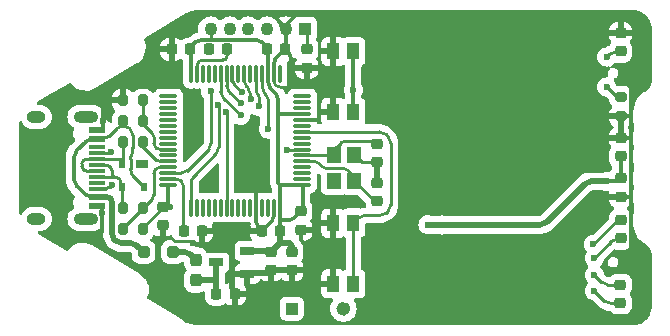
<source format=gtl>
%TF.GenerationSoftware,KiCad,Pcbnew,7.0.1-0*%
%TF.CreationDate,2023-10-13T23:04:16+03:00*%
%TF.ProjectId,trezor_v1.1,7472657a-6f72-45f7-9631-2e312e6b6963,rev?*%
%TF.SameCoordinates,Original*%
%TF.FileFunction,Copper,L1,Top*%
%TF.FilePolarity,Positive*%
%FSLAX46Y46*%
G04 Gerber Fmt 4.6, Leading zero omitted, Abs format (unit mm)*
G04 Created by KiCad (PCBNEW 7.0.1-0) date 2023-10-13 23:04:16*
%MOMM*%
%LPD*%
G01*
G04 APERTURE LIST*
G04 Aperture macros list*
%AMRoundRect*
0 Rectangle with rounded corners*
0 $1 Rounding radius*
0 $2 $3 $4 $5 $6 $7 $8 $9 X,Y pos of 4 corners*
0 Add a 4 corners polygon primitive as box body*
4,1,4,$2,$3,$4,$5,$6,$7,$8,$9,$2,$3,0*
0 Add four circle primitives for the rounded corners*
1,1,$1+$1,$2,$3*
1,1,$1+$1,$4,$5*
1,1,$1+$1,$6,$7*
1,1,$1+$1,$8,$9*
0 Add four rect primitives between the rounded corners*
20,1,$1+$1,$2,$3,$4,$5,0*
20,1,$1+$1,$4,$5,$6,$7,0*
20,1,$1+$1,$6,$7,$8,$9,0*
20,1,$1+$1,$8,$9,$2,$3,0*%
G04 Aperture macros list end*
%TA.AperFunction,EtchedComponent*%
%ADD10C,0.609600*%
%TD*%
%TA.AperFunction,SMDPad,CuDef*%
%ADD11R,1.200000X1.400000*%
%TD*%
%TA.AperFunction,SMDPad,CuDef*%
%ADD12R,1.220000X0.650000*%
%TD*%
%TA.AperFunction,SMDPad,CuDef*%
%ADD13RoundRect,0.075000X0.662500X0.075000X-0.662500X0.075000X-0.662500X-0.075000X0.662500X-0.075000X0*%
%TD*%
%TA.AperFunction,SMDPad,CuDef*%
%ADD14RoundRect,0.075000X0.075000X0.662500X-0.075000X0.662500X-0.075000X-0.662500X0.075000X-0.662500X0*%
%TD*%
%TA.AperFunction,ComponentPad*%
%ADD15R,1.106400X1.106400*%
%TD*%
%TA.AperFunction,ComponentPad*%
%ADD16C,1.106400*%
%TD*%
%TA.AperFunction,SMDPad,CuDef*%
%ADD17RoundRect,0.237500X0.237500X-0.287500X0.237500X0.287500X-0.237500X0.287500X-0.237500X-0.287500X0*%
%TD*%
%TA.AperFunction,SMDPad,CuDef*%
%ADD18R,1.000000X0.700000*%
%TD*%
%TA.AperFunction,SMDPad,CuDef*%
%ADD19R,0.600000X0.700000*%
%TD*%
%TA.AperFunction,SMDPad,CuDef*%
%ADD20RoundRect,0.250000X0.250000X0.250000X-0.250000X0.250000X-0.250000X-0.250000X0.250000X-0.250000X0*%
%TD*%
%TA.AperFunction,SMDPad,CuDef*%
%ADD21RoundRect,0.200000X0.200000X0.275000X-0.200000X0.275000X-0.200000X-0.275000X0.200000X-0.275000X0*%
%TD*%
%TA.AperFunction,SMDPad,CuDef*%
%ADD22RoundRect,0.200000X-0.200000X-0.275000X0.200000X-0.275000X0.200000X0.275000X-0.200000X0.275000X0*%
%TD*%
%TA.AperFunction,SMDPad,CuDef*%
%ADD23RoundRect,0.225000X0.250000X-0.225000X0.250000X0.225000X-0.250000X0.225000X-0.250000X-0.225000X0*%
%TD*%
%TA.AperFunction,SMDPad,CuDef*%
%ADD24RoundRect,0.225000X-0.250000X0.225000X-0.250000X-0.225000X0.250000X-0.225000X0.250000X0.225000X0*%
%TD*%
%TA.AperFunction,SMDPad,CuDef*%
%ADD25RoundRect,0.225000X-0.225000X-0.250000X0.225000X-0.250000X0.225000X0.250000X-0.225000X0.250000X0*%
%TD*%
%TA.AperFunction,SMDPad,CuDef*%
%ADD26RoundRect,0.225000X0.225000X0.250000X-0.225000X0.250000X-0.225000X-0.250000X0.225000X-0.250000X0*%
%TD*%
%TA.AperFunction,SMDPad,CuDef*%
%ADD27RoundRect,0.200000X0.275000X-0.200000X0.275000X0.200000X-0.275000X0.200000X-0.275000X-0.200000X0*%
%TD*%
%TA.AperFunction,SMDPad,CuDef*%
%ADD28R,1.450000X0.600000*%
%TD*%
%TA.AperFunction,SMDPad,CuDef*%
%ADD29R,1.450000X0.300000*%
%TD*%
%TA.AperFunction,ComponentPad*%
%ADD30O,2.100000X1.000000*%
%TD*%
%TA.AperFunction,ComponentPad*%
%ADD31O,1.600000X1.000000*%
%TD*%
%TA.AperFunction,SMDPad,CuDef*%
%ADD32R,1.000000X1.450000*%
%TD*%
%TA.AperFunction,ViaPad*%
%ADD33C,0.600000*%
%TD*%
%TA.AperFunction,Conductor*%
%ADD34C,0.350000*%
%TD*%
%TA.AperFunction,Conductor*%
%ADD35C,0.250000*%
%TD*%
%TA.AperFunction,Conductor*%
%ADD36C,0.300000*%
%TD*%
%TA.AperFunction,Conductor*%
%ADD37C,0.500000*%
%TD*%
G04 APERTURE END LIST*
%TA.AperFunction,EtchedComponent*%
G36*
X143502000Y-117441600D02*
G01*
X142502000Y-117441600D01*
X142502000Y-116441600D01*
X143502000Y-116441600D01*
X143502000Y-117441600D01*
G37*
%TD.AperFunction*%
D10*
X147670800Y-116941600D02*
G75*
G03*
X147670800Y-116941600I-300000J0D01*
G01*
X147670800Y-116941600D02*
G75*
G03*
X147670800Y-116941600I-300000J0D01*
G01*
D11*
X146597000Y-103903600D03*
X146597000Y-106103600D03*
X148297000Y-106103600D03*
X148297000Y-103903600D03*
D12*
X139232000Y-113980000D03*
X139232000Y-112080000D03*
X136612000Y-113030000D03*
D13*
X143889300Y-106467600D03*
X143889300Y-105967600D03*
X143889300Y-105467600D03*
X143889300Y-104967600D03*
X143889300Y-104467600D03*
X143889300Y-103967600D03*
X143889300Y-103467600D03*
X143889300Y-102967600D03*
X143889300Y-102467600D03*
X143889300Y-101967600D03*
X143889300Y-101467600D03*
X143889300Y-100967600D03*
X143889300Y-100467600D03*
X143889300Y-99967600D03*
X143889300Y-99467600D03*
X143889300Y-98967600D03*
D14*
X141976800Y-97055100D03*
X141476800Y-97055100D03*
X140976800Y-97055100D03*
X140476800Y-97055100D03*
X139976800Y-97055100D03*
X139476800Y-97055100D03*
X138976800Y-97055100D03*
X138476800Y-97055100D03*
X137976800Y-97055100D03*
X137476800Y-97055100D03*
X136976800Y-97055100D03*
X136476800Y-97055100D03*
X135976800Y-97055100D03*
X135476800Y-97055100D03*
X134976800Y-97055100D03*
X134476800Y-97055100D03*
D13*
X132564300Y-98967600D03*
X132564300Y-99467600D03*
X132564300Y-99967600D03*
X132564300Y-100467600D03*
X132564300Y-100967600D03*
X132564300Y-101467600D03*
X132564300Y-101967600D03*
X132564300Y-102467600D03*
X132564300Y-102967600D03*
X132564300Y-103467600D03*
X132564300Y-103967600D03*
X132564300Y-104467600D03*
X132564300Y-104967600D03*
X132564300Y-105467600D03*
X132564300Y-105967600D03*
X132564300Y-106467600D03*
D14*
X134476800Y-108380100D03*
X134976800Y-108380100D03*
X135476800Y-108380100D03*
X135976800Y-108380100D03*
X136476800Y-108380100D03*
X136976800Y-108380100D03*
X137476800Y-108380100D03*
X137976800Y-108380100D03*
X138476800Y-108380100D03*
X138976800Y-108380100D03*
X139476800Y-108380100D03*
X139976800Y-108380100D03*
X140476800Y-108380100D03*
X140976800Y-108380100D03*
X141476800Y-108380100D03*
X141976800Y-108380100D03*
D15*
X144081500Y-93268800D03*
D16*
X142494000Y-93268800D03*
X140906500Y-93268800D03*
X139319000Y-93268800D03*
X137731500Y-93268800D03*
X136144000Y-93268800D03*
D17*
X134874000Y-114540000D03*
X134874000Y-112790000D03*
D18*
X130290000Y-104664000D03*
D19*
X128590000Y-104664000D03*
X128590000Y-106664000D03*
X130490000Y-106664000D03*
D20*
X132949000Y-112141000D03*
X130449000Y-112141000D03*
D21*
X130365000Y-102870000D03*
X128715000Y-102870000D03*
X130365000Y-108458000D03*
X128715000Y-108458000D03*
X130365000Y-110236000D03*
X128715000Y-110236000D03*
X130365000Y-101092000D03*
X128715000Y-101092000D03*
D22*
X128715000Y-99314000D03*
X130365000Y-99314000D03*
D23*
X150241000Y-104534000D03*
X150241000Y-102984000D03*
D24*
X150241000Y-106286000D03*
X150241000Y-107836000D03*
D25*
X136004000Y-94996000D03*
X137554000Y-94996000D03*
D26*
X135395000Y-110363000D03*
X133845000Y-110363000D03*
D23*
X132080000Y-109868000D03*
X132080000Y-108318000D03*
D25*
X140449000Y-110363000D03*
X141999000Y-110363000D03*
X132829000Y-94996000D03*
X134379000Y-94996000D03*
D23*
X143764000Y-110249000D03*
X143764000Y-108699000D03*
D26*
X142456200Y-94996000D03*
X140906200Y-94996000D03*
D23*
X144272000Y-96533000D03*
X144272000Y-94983000D03*
X170840400Y-104052500D03*
X170840400Y-102502500D03*
D24*
X170840400Y-105905000D03*
X170840400Y-107455000D03*
D23*
X170840400Y-110984500D03*
X170840400Y-109434500D03*
X170815000Y-116472000D03*
X170815000Y-114922000D03*
D24*
X141224000Y-112128000D03*
X141224000Y-113678000D03*
D25*
X136626000Y-115697000D03*
X138176000Y-115697000D03*
D23*
X143002000Y-113678000D03*
X143002000Y-112128000D03*
D27*
X170840400Y-100647000D03*
X170840400Y-98997000D03*
D24*
X170840400Y-93611400D03*
X170840400Y-95161400D03*
D28*
X126473000Y-101779000D03*
X126473000Y-102579000D03*
D29*
X126473000Y-103779000D03*
X126473000Y-104779000D03*
X126473000Y-105279000D03*
X126473000Y-106279000D03*
D28*
X126473000Y-107479000D03*
X126473000Y-108279000D03*
X126473000Y-108279000D03*
X126473000Y-107479000D03*
D29*
X126473000Y-106779000D03*
X126473000Y-105779000D03*
X126473000Y-104279000D03*
X126473000Y-103279000D03*
D28*
X126473000Y-102579000D03*
X126473000Y-101779000D03*
D30*
X125558000Y-100709000D03*
D31*
X121378000Y-100709000D03*
D30*
X125558000Y-109349000D03*
D31*
X121378000Y-109349000D03*
D32*
X148220800Y-109693000D03*
X148220800Y-114843000D03*
X146520800Y-109693000D03*
X146520800Y-114843000D03*
X148220800Y-95164200D03*
X148220800Y-100314200D03*
X146520800Y-95164200D03*
X146520800Y-100314200D03*
D33*
X170840400Y-107455000D03*
X135763000Y-106299000D03*
X172466000Y-92964000D03*
X127000000Y-101092000D03*
X168148000Y-92964000D03*
X144907000Y-114300000D03*
X134493000Y-117600000D03*
X168148000Y-107569000D03*
X153797000Y-111400000D03*
X155194000Y-95504000D03*
X163576000Y-108400000D03*
X144907000Y-117600000D03*
X151130000Y-95504000D03*
X153797000Y-117600000D03*
X146575000Y-106100000D03*
X122936000Y-99187000D03*
X133477000Y-113665000D03*
X167894000Y-117600000D03*
X159512000Y-97452395D03*
X122936000Y-110871000D03*
X148225000Y-108050000D03*
X163703000Y-92964000D03*
X132969000Y-97409000D03*
X172262800Y-112471200D03*
X163200000Y-114300000D03*
X158500000Y-117600000D03*
X151130000Y-92964000D03*
X158500000Y-111400000D03*
X151130000Y-98171000D03*
X130175000Y-96901000D03*
X156591000Y-100965000D03*
X146431000Y-97409000D03*
X145034000Y-110109000D03*
X155194000Y-92964000D03*
X172262800Y-97536000D03*
X131318000Y-114681000D03*
X146431000Y-92964000D03*
X158500000Y-114300000D03*
X163703000Y-100965000D03*
X139319000Y-110109000D03*
X158500000Y-106172000D03*
X134620000Y-111379000D03*
X163703000Y-98171000D03*
X123444000Y-105029000D03*
X131699000Y-111252000D03*
X163703000Y-95504000D03*
X137922000Y-113030000D03*
X149860000Y-114300000D03*
X130290000Y-104664000D03*
X147193000Y-112522000D03*
X131318000Y-94615000D03*
X143002000Y-96012000D03*
X150241000Y-105410000D03*
X129032000Y-112649000D03*
X126900029Y-108820981D03*
X168783000Y-104902000D03*
X138557000Y-103505000D03*
X126619000Y-110744000D03*
X158500000Y-108400000D03*
X168275000Y-100965000D03*
X141478000Y-117600000D03*
X134112000Y-92964000D03*
X162306000Y-106172000D03*
X138557000Y-106299000D03*
X172364400Y-116941600D03*
X135890000Y-94996000D03*
X153797000Y-114300000D03*
X139700000Y-115189000D03*
X149860000Y-117600000D03*
X155194000Y-98171000D03*
X145669000Y-108077000D03*
X134239000Y-99314000D03*
X148336000Y-103886000D03*
X134239000Y-103505000D03*
X159512000Y-92964000D03*
X170840399Y-101540734D03*
X163200000Y-111400000D03*
X149860000Y-110109000D03*
X152654000Y-104013000D03*
X163200000Y-117600000D03*
X137922000Y-117600000D03*
X126619000Y-99314000D03*
X143002000Y-115189000D03*
X153797000Y-108400000D03*
X140716000Y-103505000D03*
X140716000Y-106299000D03*
X136525000Y-110109000D03*
X132715000Y-108331000D03*
X141999000Y-111379000D03*
X154533600Y-109829600D03*
X169672000Y-106172000D03*
X142748000Y-111379000D03*
X155702000Y-109855000D03*
X168605200Y-112674400D03*
X168529000Y-111506000D03*
X169672000Y-95631000D03*
X168605200Y-115417600D03*
X168605200Y-114096800D03*
X127708952Y-103702100D03*
X127753329Y-106497056D03*
X137414000Y-100330000D03*
X136779000Y-99695000D03*
X136144000Y-98552000D03*
X169672000Y-98171000D03*
X148209000Y-98425000D03*
X138761548Y-98556094D03*
X141028100Y-101727000D03*
X140208000Y-99822000D03*
X139542337Y-99187000D03*
X138684000Y-99568000D03*
X138684000Y-100584000D03*
X142621000Y-103505000D03*
D34*
X170840400Y-100647000D02*
X171640000Y-100647000D01*
X171704000Y-100711000D02*
X171704000Y-102743000D01*
D35*
X134747000Y-111506000D02*
X134493000Y-111252000D01*
D34*
X171704000Y-102743000D02*
X171704000Y-107188000D01*
X144894000Y-114186000D02*
X144907000Y-114199000D01*
X142494000Y-93268800D02*
X142494000Y-92964000D01*
X168783000Y-93599000D02*
X170827800Y-93599000D01*
D35*
X134493000Y-111252000D02*
X133096000Y-111252000D01*
X150241000Y-104534000D02*
X148984000Y-104534000D01*
D34*
X171704000Y-107188000D02*
X171704000Y-112014000D01*
D36*
X141476800Y-97017600D02*
X141476800Y-96182507D01*
D34*
X172161200Y-112471200D02*
X172262800Y-112471200D01*
X171690500Y-102502500D02*
X171704000Y-102489000D01*
D36*
X143926800Y-100967600D02*
X145285400Y-100967600D01*
D34*
X140449000Y-110154600D02*
X140449000Y-110363000D01*
X170840400Y-107276800D02*
X170840400Y-107455000D01*
D35*
X133096000Y-111252000D02*
X132715000Y-110871000D01*
D34*
X126900029Y-108970909D02*
X126935400Y-109006280D01*
X144907000Y-114199000D02*
X144907000Y-114935000D01*
X127000000Y-101570343D02*
X126837491Y-101732852D01*
X126900029Y-108820981D02*
X126900029Y-108970909D01*
D37*
X139311598Y-113900402D02*
X139232000Y-113980000D01*
D34*
X171704000Y-112014000D02*
X172161200Y-112471200D01*
D37*
X137922000Y-115132340D02*
X137922000Y-110871000D01*
D34*
X142494000Y-93268800D02*
X142494000Y-94958200D01*
D36*
X141623247Y-95828953D02*
X142456200Y-94996000D01*
X145285400Y-100967600D02*
X145288000Y-100965000D01*
D34*
X171704000Y-98094800D02*
X171704000Y-100711000D01*
X126900029Y-108371096D02*
X126827947Y-108299014D01*
D37*
X138176000Y-115697000D02*
X138141670Y-115662670D01*
D34*
X126935400Y-110427600D02*
X126619000Y-110744000D01*
D36*
X141330353Y-109481647D02*
X140449000Y-110363000D01*
D35*
X141987307Y-98171000D02*
X143764000Y-98171000D01*
D36*
X143002000Y-95852460D02*
X143002000Y-96393000D01*
D34*
X170827800Y-93599000D02*
X170840400Y-93586400D01*
D36*
X140196470Y-110110470D02*
X140449000Y-110363000D01*
D34*
X126900029Y-108820981D02*
X126900029Y-108371096D01*
X142494000Y-92964000D02*
X143510000Y-91948000D01*
D36*
X141476800Y-108417600D02*
X141476800Y-109128093D01*
X139976800Y-108417600D02*
X139976800Y-106829800D01*
D35*
X148984000Y-104534000D02*
X148336000Y-103886000D01*
D34*
X168148000Y-92964000D02*
X168783000Y-93599000D01*
D36*
X143764000Y-111125000D02*
X144272000Y-111633000D01*
D34*
X126935400Y-109006280D02*
X126935400Y-110427600D01*
D36*
X139976800Y-108380100D02*
X139976800Y-109580140D01*
D34*
X172262800Y-97536000D02*
X171704000Y-98094800D01*
X140449000Y-110363000D02*
X140195000Y-110109000D01*
X171704000Y-102359211D02*
X171704000Y-102489000D01*
X140449000Y-110573713D02*
X140449000Y-110363000D01*
D35*
X136525000Y-111506000D02*
X134747000Y-111506000D01*
D37*
X141224000Y-113678000D02*
X141001598Y-113900402D01*
D34*
X144907000Y-117475000D02*
X144907000Y-114935000D01*
X127000000Y-101092000D02*
X127000000Y-101570343D01*
D35*
X141476800Y-97017600D02*
X141476800Y-97660493D01*
D34*
X170840400Y-102502500D02*
X171690500Y-102502500D01*
X170840400Y-107455000D02*
X171691000Y-107455000D01*
X171640000Y-100647000D02*
X171704000Y-100711000D01*
D36*
X143764000Y-110249000D02*
X143764000Y-111125000D01*
D37*
X138189000Y-115697000D02*
X138176000Y-115697000D01*
D34*
X171691000Y-107455000D02*
X171704000Y-107442000D01*
D36*
X142456200Y-94996000D02*
X142782330Y-95322130D01*
D37*
X141001598Y-113900402D02*
X139311598Y-113900402D01*
D34*
X142494000Y-94958200D02*
X142456200Y-94996000D01*
X127000000Y-101092000D02*
X127000000Y-99187000D01*
D35*
X141623247Y-98014047D02*
X141633754Y-98024554D01*
D36*
X139976772Y-109580140D02*
G75*
G03*
X140196470Y-110110470I750028J40D01*
G01*
X141330356Y-109481650D02*
G75*
G03*
X141476800Y-109128093I-353556J353550D01*
G01*
D35*
X141476805Y-97660493D02*
G75*
G03*
X141623247Y-98014047I499995J-7D01*
G01*
D37*
X137921972Y-115132340D02*
G75*
G03*
X138141670Y-115662670I750028J40D01*
G01*
D36*
X143002028Y-95852460D02*
G75*
G03*
X142782330Y-95322130I-750028J-40D01*
G01*
D35*
X141633751Y-98024557D02*
G75*
G03*
X141987307Y-98171000I353549J353557D01*
G01*
D36*
X141623244Y-95828950D02*
G75*
G03*
X141476800Y-96182507I353556J-353550D01*
G01*
D37*
X169672000Y-106172000D02*
X168331660Y-106172000D01*
D35*
X132715000Y-108331000D02*
X132143000Y-108331000D01*
X132143000Y-108331000D02*
X130238000Y-110236000D01*
D36*
X141869600Y-100467600D02*
X141859000Y-100457000D01*
D37*
X143002000Y-111633000D02*
X142748000Y-111379000D01*
D34*
X141653974Y-98727974D02*
X141351000Y-98425000D01*
D36*
X134379000Y-94856000D02*
X134845534Y-94389466D01*
X141351000Y-98425000D02*
X141196470Y-98270470D01*
D35*
X136144000Y-93268800D02*
X136144000Y-94169796D01*
D36*
X135375864Y-94169796D02*
X136144000Y-94169796D01*
D37*
X167801330Y-106391670D02*
X164583070Y-109609930D01*
D36*
X140976800Y-97740140D02*
X140976800Y-95186460D01*
X134476800Y-97017600D02*
X134476800Y-95093800D01*
X132526800Y-108142800D02*
X132526800Y-106467600D01*
D34*
X141859000Y-100457000D02*
X141859000Y-106299000D01*
X141859000Y-100457000D02*
X141859000Y-99222949D01*
D36*
X139960136Y-94169796D02*
X136144000Y-94169796D01*
X143926800Y-100467600D02*
X141869600Y-100467600D01*
D34*
X169672000Y-106172000D02*
X170573400Y-106172000D01*
D36*
X134476800Y-95093800D02*
X134379000Y-94996000D01*
X143926800Y-108536200D02*
X143926800Y-106467600D01*
D37*
X141999000Y-110363000D02*
X141999000Y-111379000D01*
X132093000Y-108331000D02*
X132080000Y-108318000D01*
D34*
X170840400Y-105905000D02*
X170840400Y-104330400D01*
D37*
X139232000Y-112080000D02*
X141176000Y-112080000D01*
D36*
X143208670Y-109254330D02*
X143926800Y-108536200D01*
X143889300Y-106467600D02*
X142027600Y-106467600D01*
X142093380Y-109472580D02*
X142752067Y-109472580D01*
D34*
X141997837Y-110427363D02*
X141986000Y-110439200D01*
D36*
X140757130Y-94656130D02*
X140490466Y-94389466D01*
X141997837Y-109377037D02*
X141997837Y-110427363D01*
D37*
X141176000Y-112080000D02*
X141224000Y-112128000D01*
D36*
X132715000Y-108331000D02*
X132526800Y-108142800D01*
D37*
X143002000Y-112128000D02*
X143002000Y-111633000D01*
D34*
X170573400Y-106172000D02*
X170840400Y-105905000D01*
X141859000Y-106299000D02*
X141997524Y-106437524D01*
D37*
X132715000Y-108331000D02*
X132093000Y-108331000D01*
X141338000Y-112040000D02*
X141999000Y-111379000D01*
X141999000Y-111379000D02*
X142540929Y-111379000D01*
D36*
X141997524Y-109376724D02*
X141997524Y-106437524D01*
X134379000Y-94996000D02*
X134379000Y-94856000D01*
X142027600Y-106467600D02*
X141997524Y-106437524D01*
D37*
X142540929Y-111379000D02*
X142551190Y-111368739D01*
X164052740Y-109829600D02*
X154533600Y-109829600D01*
D36*
X141997524Y-109376724D02*
X142093380Y-109472580D01*
X140976828Y-95186460D02*
G75*
G03*
X140757130Y-94656130I-750028J-40D01*
G01*
D37*
X164052740Y-109829616D02*
G75*
G03*
X164583070Y-109609930I60J749816D01*
G01*
X168331660Y-106171972D02*
G75*
G03*
X167801330Y-106391670I40J-750028D01*
G01*
D36*
X135375864Y-94169772D02*
G75*
G03*
X134845534Y-94389466I36J-750028D01*
G01*
D34*
X141859035Y-99222949D02*
G75*
G03*
X141653973Y-98727975I-700035J-51D01*
G01*
D36*
X142752065Y-109472559D02*
G75*
G03*
X143208670Y-109254330I-84865J764359D01*
G01*
X140490449Y-94389483D02*
G75*
G03*
X139960136Y-94169796I-530349J-530317D01*
G01*
X140976772Y-97740140D02*
G75*
G03*
X141196470Y-98270470I750028J40D01*
G01*
D37*
X136612000Y-113030000D02*
X136612000Y-114554000D01*
X134874000Y-114540000D02*
X136598000Y-114540000D01*
X136612000Y-115670000D02*
X136639000Y-115697000D01*
X136598000Y-114540000D02*
X136612000Y-114554000D01*
X136612000Y-114554000D02*
X136612000Y-115670000D01*
D35*
X170840400Y-111036000D02*
X170554260Y-111036000D01*
X170023930Y-111255670D02*
X168605200Y-112674400D01*
X170554260Y-111035972D02*
G75*
G03*
X170023930Y-111255670I40J-750028D01*
G01*
X168529000Y-111506000D02*
X170599000Y-109436000D01*
X170599000Y-109436000D02*
X170840400Y-109436000D01*
X170827600Y-95199200D02*
X170840400Y-95186400D01*
X170414460Y-95199200D02*
X170827600Y-95199200D01*
X169672000Y-95631000D02*
X169884130Y-95418870D01*
X170414460Y-95199172D02*
G75*
G03*
X169884130Y-95418870I40J-750028D01*
G01*
X169464930Y-116277330D02*
X168605200Y-115417600D01*
X170815000Y-116497000D02*
X169995260Y-116497000D01*
X169464950Y-116277310D02*
G75*
G03*
X169995260Y-116497000I530350J530310D01*
G01*
X169185730Y-114677330D02*
X168605200Y-114096800D01*
X170815000Y-114897000D02*
X169716060Y-114897000D01*
X169185750Y-114677310D02*
G75*
G03*
X169716060Y-114897000I530350J530310D01*
G01*
X125616975Y-105279000D02*
X126473000Y-105279000D01*
X128715000Y-102870000D02*
X128715000Y-104225000D01*
X125361487Y-104381513D02*
X125324512Y-104418488D01*
X125222000Y-104665975D02*
X125222000Y-104884025D01*
X128661000Y-104279000D02*
X128715000Y-104225000D01*
X125324513Y-105131513D02*
X125369488Y-105176488D01*
X126473000Y-104279000D02*
X125608975Y-104279000D01*
X128715000Y-104225000D02*
X128715000Y-104539000D01*
X128715000Y-104539000D02*
X128590000Y-104664000D01*
X126473000Y-104279000D02*
X128661000Y-104279000D01*
X125324525Y-104418501D02*
G75*
G03*
X125222000Y-104665975I247475J-247499D01*
G01*
X125221983Y-104884025D02*
G75*
G03*
X125324514Y-105131512I350017J25D01*
G01*
X125369501Y-105176475D02*
G75*
G03*
X125616975Y-105279000I247499J247475D01*
G01*
X125608975Y-104278983D02*
G75*
G03*
X125361488Y-104381514I25J-350017D01*
G01*
X127759491Y-105779000D02*
X127762000Y-105776491D01*
X127659487Y-104993037D02*
X127547962Y-104881512D01*
X127762000Y-105776491D02*
X127762000Y-105240525D01*
X127763491Y-105775000D02*
X127992893Y-105775000D01*
X128588000Y-106370107D02*
X128588000Y-108331000D01*
X127300475Y-104779000D02*
X126473000Y-104779000D01*
X128346447Y-105921447D02*
X128441554Y-106016554D01*
X126473000Y-105779000D02*
X127759491Y-105779000D01*
X127759491Y-105779000D02*
X127763491Y-105775000D01*
X128346450Y-105921444D02*
G75*
G03*
X127992893Y-105775000I-353550J-353556D01*
G01*
X127761982Y-105240525D02*
G75*
G03*
X127659487Y-104993037I-349982J25D01*
G01*
X128587995Y-106370107D02*
G75*
G03*
X128441554Y-106016554I-499995J7D01*
G01*
X127547974Y-104881500D02*
G75*
G03*
X127300475Y-104779000I-247474J-247500D01*
G01*
D34*
X126018490Y-107479000D02*
X126473000Y-107479000D01*
D35*
X126473000Y-102579000D02*
X126980340Y-102579000D01*
X129540000Y-102264437D02*
X129540000Y-103321141D01*
X129258442Y-101672219D02*
X129320330Y-101734107D01*
X129350000Y-104303858D02*
X129350000Y-105109786D01*
X129642893Y-105816893D02*
X130490000Y-106664000D01*
D37*
X127981670Y-111090670D02*
X128050330Y-111159330D01*
D34*
X126473000Y-102579000D02*
X126077660Y-102579000D01*
D37*
X128580660Y-111379000D02*
X129376340Y-111379000D01*
D35*
X127510670Y-102359330D02*
X128197782Y-101672218D01*
X129507333Y-103574649D02*
X129382667Y-104050351D01*
D34*
X124587000Y-104069660D02*
X124587000Y-106047510D01*
D37*
X126473000Y-107479000D02*
X127357825Y-107479000D01*
D34*
X125547330Y-102798670D02*
X124806670Y-103539330D01*
D37*
X127605313Y-107581513D02*
X127659488Y-107635688D01*
X129906670Y-111598670D02*
X130449000Y-112141000D01*
D34*
X124806670Y-106577840D02*
X125488160Y-107259330D01*
D37*
X127762000Y-107883175D02*
X127762000Y-110560340D01*
D35*
X129539973Y-102264437D02*
G75*
G03*
X129320329Y-101734108I-749973J37D01*
G01*
X129507326Y-103574647D02*
G75*
G03*
X129540000Y-103321141I-967426J253547D01*
G01*
D34*
X126077660Y-102578972D02*
G75*
G03*
X125547330Y-102798670I40J-750028D01*
G01*
D35*
X126980340Y-102579028D02*
G75*
G03*
X127510670Y-102359330I-40J750028D01*
G01*
D37*
X128050350Y-111159310D02*
G75*
G03*
X128580660Y-111379000I530350J530310D01*
G01*
D34*
X125488165Y-107259325D02*
G75*
G03*
X126018490Y-107479000I530335J530325D01*
G01*
D35*
X129382674Y-104050353D02*
G75*
G03*
X129350000Y-104303858I967426J-253547D01*
G01*
X129350010Y-105109786D02*
G75*
G03*
X129642893Y-105816893I999990J-14D01*
G01*
X129258430Y-101672231D02*
G75*
G03*
X128197782Y-101672218I-530330J-530269D01*
G01*
D37*
X129906650Y-111598690D02*
G75*
G03*
X129376340Y-111379000I-530350J-530310D01*
G01*
X127761972Y-110560340D02*
G75*
G03*
X127981670Y-111090670I750028J40D01*
G01*
D34*
X124586994Y-106047510D02*
G75*
G03*
X124806671Y-106577839I750006J10D01*
G01*
D37*
X127762017Y-107883175D02*
G75*
G03*
X127659487Y-107635689I-350017J-25D01*
G01*
D34*
X124806690Y-103539350D02*
G75*
G03*
X124587000Y-104069660I530310J-530350D01*
G01*
D37*
X127605300Y-107581526D02*
G75*
G03*
X127357825Y-107479000I-247500J-247474D01*
G01*
D35*
X127708952Y-103716952D02*
X127771000Y-103779000D01*
X127771000Y-103779000D02*
X126473000Y-103779000D01*
X127771000Y-103779000D02*
X127521000Y-103779000D01*
X127708952Y-103702100D02*
X127708952Y-103716952D01*
X127264278Y-106779000D02*
X126473000Y-106779000D01*
X127753329Y-106497056D02*
X127617831Y-106632554D01*
X127264278Y-106778984D02*
G75*
G03*
X127617831Y-106632554I22J499984D01*
G01*
X137476800Y-100392800D02*
X137476800Y-108417600D01*
X137414000Y-100330000D02*
X137476800Y-100392800D01*
X134478281Y-106171138D02*
X134476800Y-106244860D01*
X136830008Y-99746008D02*
X136830008Y-103270332D01*
X134476800Y-106244860D02*
X134476800Y-108417600D01*
X134563483Y-105890312D02*
X134507052Y-106026530D01*
X134507052Y-106026530D02*
X134478281Y-106171138D01*
X134696470Y-105714530D02*
X134645403Y-105767721D01*
X136779000Y-99695000D02*
X136830008Y-99746008D01*
X136610338Y-103800662D02*
X134696470Y-105714530D01*
X134645403Y-105767721D02*
X134563483Y-105890312D01*
X136610324Y-103800648D02*
G75*
G03*
X136830008Y-103270332I-530324J530348D01*
G01*
X136144000Y-98552000D02*
X136188619Y-98596619D01*
X135543330Y-103851670D02*
X134147070Y-105247930D01*
X136188619Y-98596619D02*
X136188619Y-102895721D01*
X135968949Y-103426051D02*
X135543330Y-103851670D01*
X133616740Y-105467600D02*
X132564300Y-105467600D01*
X135968943Y-103426045D02*
G75*
G03*
X136188619Y-102895721I-530343J530345D01*
G01*
X133616740Y-105467628D02*
G75*
G03*
X134147070Y-105247930I-40J750028D01*
G01*
X169672000Y-98171000D02*
X170764200Y-99263200D01*
X170764200Y-99263200D02*
X170840400Y-99263200D01*
X138123247Y-97937416D02*
X138741925Y-98556094D01*
X137976800Y-97055100D02*
X137976800Y-97583862D01*
D34*
X148220800Y-95164200D02*
X148220800Y-100314200D01*
D35*
X138741925Y-98556094D02*
X138761548Y-98556094D01*
X137976827Y-97583862D02*
G75*
G03*
X138123247Y-97937416I499973J-38D01*
G01*
X150483940Y-109047400D02*
X149177060Y-109047400D01*
X151384000Y-102926660D02*
X151384000Y-108147340D01*
X151164330Y-108677670D02*
X151014270Y-108827730D01*
X150955270Y-102187270D02*
X151164330Y-102396330D01*
X148220800Y-109693000D02*
X148220800Y-114843000D01*
X148646730Y-109267070D02*
X148220800Y-109693000D01*
X143889300Y-101967600D02*
X150424940Y-101967600D01*
X151164310Y-108677650D02*
G75*
G03*
X151384000Y-108147340I-530310J530350D01*
G01*
X149177060Y-109047372D02*
G75*
G03*
X148646730Y-109267070I40J-750028D01*
G01*
X151384028Y-102926660D02*
G75*
G03*
X151164330Y-102396330I-750028J-40D01*
G01*
X150483940Y-109047428D02*
G75*
G03*
X151014270Y-108827730I-40J750028D01*
G01*
X150955250Y-102187290D02*
G75*
G03*
X150424940Y-101967600I-530350J-530310D01*
G01*
X141028100Y-101727000D02*
X140968611Y-101667511D01*
X140968611Y-101667511D02*
X140968611Y-99154143D01*
X140764974Y-98727974D02*
X140681825Y-98644825D01*
X140476800Y-98149851D02*
X140476800Y-97017600D01*
X140968604Y-99154144D02*
G75*
G03*
X140764974Y-98727974I-712804J-78856D01*
G01*
X140476765Y-98149851D02*
G75*
G03*
X140681826Y-98644824I700035J51D01*
G01*
X140208000Y-99822000D02*
X140208000Y-99003785D01*
X140105487Y-98756297D02*
X140079312Y-98730122D01*
X139976800Y-98482635D02*
X139976800Y-97017600D01*
X139976776Y-98482635D02*
G75*
G03*
X140079313Y-98730121I350024J35D01*
G01*
X140208010Y-99003785D02*
G75*
G03*
X140105486Y-98756298I-350010J-15D01*
G01*
X139542337Y-99187000D02*
X139497680Y-99142343D01*
X139292654Y-98271654D02*
X139181825Y-98160825D01*
X139497680Y-99142343D02*
X139497680Y-98766629D01*
X138976800Y-97665851D02*
X138976800Y-97017600D01*
X138976835Y-97665851D02*
G75*
G03*
X139181825Y-98160825I699965J-49D01*
G01*
X139497665Y-98766629D02*
G75*
G03*
X139292654Y-98271654I-699965J29D01*
G01*
X137696470Y-98580470D02*
X138684000Y-99568000D01*
X137476800Y-97055100D02*
X137476800Y-98050140D01*
X137476772Y-98050140D02*
G75*
G03*
X137696470Y-98580470I750028J40D01*
G01*
X137196470Y-99096470D02*
X138684000Y-100584000D01*
X136976800Y-97055100D02*
X136976800Y-98566140D01*
X136976772Y-98566140D02*
G75*
G03*
X137196470Y-99096470I750028J40D01*
G01*
X128588000Y-110236000D02*
X131171554Y-107652446D01*
X131464447Y-105136553D02*
X131486954Y-105114046D01*
X131840507Y-104967600D02*
X132564300Y-104967600D01*
X131318000Y-107298893D02*
X131318000Y-105490107D01*
X131464444Y-105136550D02*
G75*
G03*
X131318000Y-105490107I353556J-353550D01*
G01*
X131840507Y-104967605D02*
G75*
G03*
X131486954Y-105114046I-7J-499995D01*
G01*
X131171557Y-107652449D02*
G75*
G03*
X131318000Y-107298893I-353557J353549D01*
G01*
X131464447Y-103270447D02*
X131515154Y-103321154D01*
X131868707Y-103467600D02*
X132564300Y-103467600D01*
X130238000Y-99314000D02*
X130368775Y-99444775D01*
X130368775Y-99444775D02*
X130368775Y-101015668D01*
X131318000Y-102379107D02*
X131318000Y-102916893D01*
X130515222Y-101369222D02*
X131171554Y-102025554D01*
X131515151Y-103321157D02*
G75*
G03*
X131868707Y-103467600I353549J353557D01*
G01*
X131317995Y-102379107D02*
G75*
G03*
X131171554Y-102025554I-499995J7D01*
G01*
X131318005Y-102916893D02*
G75*
G03*
X131464447Y-103270447I499995J-7D01*
G01*
X130368805Y-101015668D02*
G75*
G03*
X130515222Y-101369222I499995J-32D01*
G01*
X131499153Y-104321153D02*
X130238000Y-103060000D01*
X130238000Y-103060000D02*
X130238000Y-102870000D01*
X132564300Y-104467600D02*
X131852707Y-104467600D01*
X131499150Y-104321156D02*
G75*
G03*
X131852707Y-104467600I353550J353556D01*
G01*
X142658400Y-103467600D02*
X143926800Y-103467600D01*
X144272000Y-94983000D02*
X144272000Y-93459300D01*
X142621000Y-103505000D02*
X142658400Y-103467600D01*
X144272000Y-93459300D02*
X144081500Y-93268800D01*
X149792893Y-102743000D02*
X147527107Y-102743000D01*
X143889300Y-103967600D02*
X143892373Y-103970673D01*
X150241000Y-102984000D02*
X150146446Y-102889446D01*
X146529927Y-103970673D02*
X146597000Y-103903600D01*
X146597000Y-103673107D02*
X146597000Y-103903600D01*
X147173553Y-102889447D02*
X146743446Y-103319554D01*
X143892373Y-103970673D02*
X146529927Y-103970673D01*
X147527107Y-102743005D02*
G75*
G03*
X147173553Y-102889447I-7J-499995D01*
G01*
X146743443Y-103319551D02*
G75*
G03*
X146597000Y-103673107I353557J-353549D01*
G01*
X150146449Y-102889443D02*
G75*
G03*
X149792893Y-102743000I-353549J-353557D01*
G01*
X150241000Y-107836000D02*
X150029400Y-107836000D01*
X148297000Y-105752000D02*
X148297000Y-106103600D01*
X143889300Y-104467600D02*
X144900493Y-104467600D01*
X145254047Y-104614047D02*
X145522554Y-104882554D01*
X150029400Y-107836000D02*
X148297000Y-106103600D01*
X147792301Y-105247301D02*
X148297000Y-105752000D01*
X145810461Y-105027631D02*
X147261971Y-105027631D01*
X145522531Y-104882577D02*
G75*
G03*
X145810461Y-105027631I370769J377677D01*
G01*
X147792309Y-105247293D02*
G75*
G03*
X147261971Y-105027631I-530309J-530307D01*
G01*
X145254050Y-104614044D02*
G75*
G03*
X144900493Y-104467600I-353550J-353556D01*
G01*
X137554000Y-95473025D02*
X137554000Y-94996000D01*
X134976800Y-97017600D02*
X134976800Y-96312575D01*
X135079313Y-96065087D02*
X135156888Y-95987512D01*
X137389513Y-95782487D02*
X137451488Y-95720512D01*
X135404375Y-95885000D02*
X137142025Y-95885000D01*
X137142025Y-95885017D02*
G75*
G03*
X137389512Y-95782486I-25J350017D01*
G01*
X135079326Y-96065100D02*
G75*
G03*
X134976800Y-96312575I247474J-247500D01*
G01*
X135404375Y-95884983D02*
G75*
G03*
X135156889Y-95987513I25J-350017D01*
G01*
X137451475Y-95720499D02*
G75*
G03*
X137554000Y-95473025I-247475J247499D01*
G01*
X132564300Y-105967600D02*
X133278566Y-105967600D01*
X133632120Y-106114047D02*
X133651473Y-106133400D01*
X133797919Y-110283081D02*
X133718000Y-110363000D01*
X133797919Y-106486953D02*
X133797919Y-110283081D01*
X133632137Y-106114030D02*
G75*
G03*
X133278566Y-105967600I-353537J-353570D01*
G01*
X133797946Y-106486953D02*
G75*
G03*
X133651472Y-106133401I-500046J-47D01*
G01*
D37*
X134444670Y-112360670D02*
X134874000Y-112790000D01*
X132949000Y-112141000D02*
X133914340Y-112141000D01*
X134444650Y-112360690D02*
G75*
G03*
X133914340Y-112141000I-530350J-530310D01*
G01*
%TA.AperFunction,Conductor*%
G36*
X139657601Y-100436270D02*
G01*
X139686737Y-100453678D01*
X139688698Y-100450558D01*
X139778229Y-100506814D01*
X139854985Y-100555043D01*
X140026953Y-100615217D01*
X140208000Y-100635616D01*
X140208002Y-100635615D01*
X140222107Y-100637205D01*
X140221611Y-100641599D01*
X140263792Y-100648772D01*
X140315802Y-100695258D01*
X140335111Y-100762288D01*
X140335111Y-101273940D01*
X140315798Y-101340976D01*
X140295057Y-101373985D01*
X140234883Y-101545950D01*
X140214484Y-101726999D01*
X140234883Y-101908049D01*
X140295056Y-102080014D01*
X140391989Y-102234282D01*
X140520817Y-102363110D01*
X140520819Y-102363111D01*
X140675085Y-102460043D01*
X140847053Y-102520217D01*
X141028100Y-102540616D01*
X141035394Y-102539794D01*
X141104170Y-102551480D01*
X141156187Y-102597966D01*
X141175500Y-102665002D01*
X141175500Y-106274541D01*
X141175270Y-106282149D01*
X141171735Y-106340572D01*
X141182285Y-106398139D01*
X141183430Y-106405662D01*
X141190487Y-106463775D01*
X141193833Y-106472599D01*
X141199954Y-106494556D01*
X141201654Y-106503834D01*
X141225676Y-106557206D01*
X141228588Y-106564238D01*
X141237615Y-106588040D01*
X141249347Y-106618973D01*
X141254706Y-106626738D01*
X141265905Y-106646594D01*
X141266603Y-106648145D01*
X141269776Y-106655196D01*
X141269777Y-106655197D01*
X141305881Y-106701281D01*
X141310381Y-106707397D01*
X141316719Y-106716579D01*
X141333319Y-106750670D01*
X141339024Y-106788156D01*
X141339024Y-107023203D01*
X141319291Y-107090903D01*
X141266274Y-107137398D01*
X141196578Y-107148125D01*
X141090045Y-107134100D01*
X141090044Y-107134100D01*
X140863556Y-107134100D01*
X140863555Y-107134100D01*
X140743246Y-107149939D01*
X140710354Y-107149939D01*
X140590045Y-107134100D01*
X140590044Y-107134100D01*
X140363556Y-107134100D01*
X140363555Y-107134100D01*
X140241331Y-107150191D01*
X140208438Y-107150191D01*
X140126800Y-107139443D01*
X140124323Y-107141615D01*
X140113805Y-107186723D01*
X140077502Y-107230957D01*
X140053502Y-107249372D01*
X140004070Y-107272421D01*
X139949530Y-107272421D01*
X139900098Y-107249372D01*
X139876098Y-107230957D01*
X139839795Y-107186723D01*
X139829276Y-107141615D01*
X139826799Y-107139442D01*
X139745161Y-107150191D01*
X139712268Y-107150191D01*
X139590045Y-107134100D01*
X139590044Y-107134100D01*
X139363556Y-107134100D01*
X139363555Y-107134100D01*
X139243246Y-107149939D01*
X139210354Y-107149939D01*
X139090045Y-107134100D01*
X139090044Y-107134100D01*
X138863556Y-107134100D01*
X138863555Y-107134100D01*
X138743246Y-107149939D01*
X138710354Y-107149939D01*
X138590045Y-107134100D01*
X138590044Y-107134100D01*
X138363556Y-107134100D01*
X138363555Y-107134100D01*
X138252746Y-107148688D01*
X138183050Y-107137961D01*
X138130033Y-107091466D01*
X138110300Y-107023766D01*
X138110300Y-101406357D01*
X138127775Y-101342340D01*
X138175351Y-101296079D01*
X138239833Y-101280407D01*
X138303334Y-101299668D01*
X138330985Y-101317043D01*
X138502953Y-101377217D01*
X138684000Y-101397616D01*
X138865047Y-101377217D01*
X139037015Y-101317043D01*
X139191281Y-101220111D01*
X139320111Y-101091281D01*
X139417043Y-100937015D01*
X139477217Y-100765047D01*
X139497616Y-100584000D01*
X139496157Y-100571054D01*
X139504420Y-100510041D01*
X139540612Y-100460225D01*
X139596088Y-100433508D01*
X139657601Y-100436270D01*
G37*
%TD.AperFunction*%
%TA.AperFunction,Conductor*%
G36*
X136791361Y-104665860D02*
G01*
X136829567Y-104710593D01*
X136843300Y-104767796D01*
X136843300Y-107023766D01*
X136823567Y-107091466D01*
X136770550Y-107137961D01*
X136700854Y-107148688D01*
X136590045Y-107134100D01*
X136590044Y-107134100D01*
X136363556Y-107134100D01*
X136363555Y-107134100D01*
X136243246Y-107149939D01*
X136210354Y-107149939D01*
X136090045Y-107134100D01*
X136090044Y-107134100D01*
X135863556Y-107134100D01*
X135863555Y-107134100D01*
X135743246Y-107149939D01*
X135710354Y-107149939D01*
X135590045Y-107134100D01*
X135590044Y-107134100D01*
X135363556Y-107134100D01*
X135363555Y-107134100D01*
X135252746Y-107148688D01*
X135183050Y-107137961D01*
X135130033Y-107091466D01*
X135110300Y-107023766D01*
X135110300Y-106253398D01*
X135112719Y-106228828D01*
X135112864Y-106228097D01*
X135113558Y-106224610D01*
X135132375Y-106179178D01*
X135134858Y-106175463D01*
X135150512Y-106156390D01*
X136373388Y-104933516D01*
X136628205Y-104678700D01*
X136678364Y-104647963D01*
X136737011Y-104643347D01*
X136791361Y-104665860D01*
G37*
%TD.AperFunction*%
%TA.AperFunction,Conductor*%
G36*
X150432000Y-104296881D02*
G01*
X150478119Y-104343000D01*
X150495000Y-104406000D01*
X150495000Y-106414000D01*
X150478119Y-106477000D01*
X150432000Y-106523119D01*
X150369000Y-106540000D01*
X150113000Y-106540000D01*
X150050000Y-106523119D01*
X150003881Y-106477000D01*
X149987000Y-106414000D01*
X149987000Y-104406000D01*
X150003881Y-104343000D01*
X150050000Y-104296881D01*
X150113000Y-104280000D01*
X150369000Y-104280000D01*
X150432000Y-104296881D01*
G37*
%TD.AperFunction*%
%TA.AperFunction,Conductor*%
G36*
X171993386Y-91683832D02*
G01*
X172512327Y-91778184D01*
X172558450Y-91796506D01*
X173017450Y-92094855D01*
X173055313Y-92133215D01*
X173330725Y-92569286D01*
X173347317Y-92609803D01*
X173465924Y-93155390D01*
X173468800Y-93182156D01*
X173468800Y-97692187D01*
X173462869Y-97730391D01*
X173304073Y-98229461D01*
X173288353Y-98261877D01*
X173264103Y-98288520D01*
X172870337Y-98612797D01*
X172858374Y-98621522D01*
X172517772Y-98840481D01*
X172507726Y-98845997D01*
X172500547Y-98854945D01*
X172206270Y-99173745D01*
X172200628Y-99179365D01*
X172197578Y-99186686D01*
X172024386Y-99557811D01*
X172021080Y-99564268D01*
X172020495Y-99571508D01*
X171972535Y-99979162D01*
X171970200Y-99988147D01*
X171970200Y-99991631D01*
X171969337Y-100006355D01*
X171968920Y-100009893D01*
X171970200Y-100019115D01*
X171970200Y-100040483D01*
X171953572Y-100103043D01*
X171908077Y-100149091D01*
X171845722Y-100166474D01*
X171782966Y-100150603D01*
X171736372Y-100105668D01*
X171676820Y-100007157D01*
X171581112Y-99911450D01*
X171548500Y-99854965D01*
X171548500Y-99789743D01*
X171581110Y-99733260D01*
X171677216Y-99637155D01*
X171766227Y-99489913D01*
X171817413Y-99325649D01*
X171823900Y-99254265D01*
X171823899Y-98739736D01*
X171823291Y-98733049D01*
X171817413Y-98668351D01*
X171807919Y-98637883D01*
X171766227Y-98504087D01*
X171677216Y-98356845D01*
X171677215Y-98356844D01*
X171677214Y-98356842D01*
X171555557Y-98235185D01*
X171499165Y-98201095D01*
X171408313Y-98146173D01*
X171357126Y-98130222D01*
X171244048Y-98094986D01*
X171179150Y-98089089D01*
X171172664Y-98088500D01*
X170588920Y-98088500D01*
X170530003Y-98073877D01*
X170484761Y-98033401D01*
X170473215Y-98002194D01*
X170469906Y-98003353D01*
X170405043Y-97817985D01*
X170308110Y-97663717D01*
X170288657Y-97644264D01*
X170257702Y-97593432D01*
X170253532Y-97534063D01*
X170277077Y-97479403D01*
X170323083Y-97441647D01*
X170370141Y-97418984D01*
X170451042Y-97380025D01*
X170550594Y-97287655D01*
X170618496Y-97170045D01*
X170648715Y-97037646D01*
X170638566Y-96902222D01*
X170638565Y-96902219D01*
X170588953Y-96775807D01*
X170504278Y-96669629D01*
X170442010Y-96627175D01*
X170392073Y-96593128D01*
X170392072Y-96593127D01*
X170392071Y-96593127D01*
X170262303Y-96553100D01*
X170262302Y-96553100D01*
X170161488Y-96553100D01*
X170099306Y-96536687D01*
X170053323Y-96491725D01*
X170035520Y-96429927D01*
X170050533Y-96367393D01*
X170094452Y-96320413D01*
X170109469Y-96310976D01*
X170179281Y-96267111D01*
X170307764Y-96138627D01*
X170367804Y-96105120D01*
X170436494Y-96108121D01*
X170441064Y-96109636D01*
X170541528Y-96119900D01*
X171139268Y-96119900D01*
X171139272Y-96119900D01*
X171239736Y-96109636D01*
X171402501Y-96055702D01*
X171548440Y-95965685D01*
X171669685Y-95844440D01*
X171759702Y-95698501D01*
X171813636Y-95535736D01*
X171823900Y-95435272D01*
X171823900Y-94887528D01*
X171813636Y-94787064D01*
X171759702Y-94624299D01*
X171669685Y-94478360D01*
X171666468Y-94475143D01*
X171633856Y-94418660D01*
X171633856Y-94353434D01*
X171666470Y-94296948D01*
X171669291Y-94294126D01*
X171759247Y-94148285D01*
X171813143Y-93985639D01*
X171823400Y-93885239D01*
X171823400Y-93865400D01*
X169857400Y-93865400D01*
X169857400Y-93885239D01*
X169867656Y-93985639D01*
X169921552Y-94148285D01*
X170011511Y-94294131D01*
X170014332Y-94296952D01*
X170046944Y-94353436D01*
X170046944Y-94418658D01*
X170014332Y-94475142D01*
X170011116Y-94478357D01*
X169916174Y-94632280D01*
X169890628Y-94662060D01*
X169857160Y-94682538D01*
X169801209Y-94705717D01*
X169644158Y-94796400D01*
X169635103Y-94803349D01*
X169572507Y-94828594D01*
X169490950Y-94837783D01*
X169318985Y-94897956D01*
X169164717Y-94994889D01*
X169035889Y-95123717D01*
X168938956Y-95277985D01*
X168878783Y-95449950D01*
X168858384Y-95631000D01*
X168878783Y-95812049D01*
X168938956Y-95984014D01*
X169035889Y-96138282D01*
X169164717Y-96267110D01*
X169295410Y-96349230D01*
X169318985Y-96364043D01*
X169490953Y-96424217D01*
X169672000Y-96444616D01*
X169817939Y-96428172D01*
X169879824Y-96436791D01*
X169929962Y-96474085D01*
X169956017Y-96530881D01*
X169951581Y-96593211D01*
X169917744Y-96645744D01*
X169838206Y-96719544D01*
X169770303Y-96837154D01*
X169740085Y-96969552D01*
X169750234Y-97104977D01*
X169781797Y-97185399D01*
X169790060Y-97242022D01*
X169772428Y-97296461D01*
X169732536Y-97337487D01*
X169678614Y-97356639D01*
X169672000Y-97357384D01*
X169605602Y-97364865D01*
X169490950Y-97377783D01*
X169318985Y-97437956D01*
X169164717Y-97534889D01*
X169035889Y-97663717D01*
X168938956Y-97817985D01*
X168878783Y-97989950D01*
X168858384Y-98170999D01*
X168878783Y-98352049D01*
X168938956Y-98524014D01*
X169035889Y-98678282D01*
X169164717Y-98807110D01*
X169273785Y-98875642D01*
X169318985Y-98904043D01*
X169490953Y-98964217D01*
X169535453Y-98969230D01*
X169576012Y-98980916D01*
X169610438Y-99005343D01*
X169824395Y-99219300D01*
X169849405Y-99254954D01*
X169860783Y-99296992D01*
X169863386Y-99325647D01*
X169872332Y-99354355D01*
X169914573Y-99489913D01*
X169955619Y-99557811D01*
X170003585Y-99637157D01*
X170099687Y-99733259D01*
X170132299Y-99789743D01*
X170132299Y-99854965D01*
X170099687Y-99911449D01*
X170003982Y-100007153D01*
X169915033Y-100154293D01*
X169863881Y-100318444D01*
X169857400Y-100389774D01*
X169857400Y-100393000D01*
X170968400Y-100393000D01*
X171031400Y-100409881D01*
X171077519Y-100456000D01*
X171094400Y-100519000D01*
X171094400Y-102630500D01*
X171077519Y-102693500D01*
X171031400Y-102739619D01*
X170968400Y-102756500D01*
X169857400Y-102756500D01*
X169857400Y-102776339D01*
X169867656Y-102876739D01*
X169921552Y-103039385D01*
X170011511Y-103185231D01*
X170014332Y-103188052D01*
X170046944Y-103244536D01*
X170046944Y-103309758D01*
X170014332Y-103366242D01*
X170011117Y-103369456D01*
X170011115Y-103369460D01*
X169921098Y-103515399D01*
X169867164Y-103678164D01*
X169856900Y-103778628D01*
X169856900Y-104326372D01*
X169867164Y-104426836D01*
X169921098Y-104589601D01*
X170011115Y-104735540D01*
X170011117Y-104735543D01*
X170119995Y-104844421D01*
X170147309Y-104885298D01*
X170156900Y-104933516D01*
X170156900Y-105023984D01*
X170147309Y-105072202D01*
X170119995Y-105113079D01*
X170011116Y-105221957D01*
X169952345Y-105317239D01*
X169900245Y-105364385D01*
X169830999Y-105376298D01*
X169672000Y-105358384D01*
X169490950Y-105378783D01*
X169411945Y-105406429D01*
X169370330Y-105413500D01*
X168424481Y-105413500D01*
X168424432Y-105413495D01*
X168383840Y-105413497D01*
X168383699Y-105413469D01*
X168232745Y-105413476D01*
X168036696Y-105439297D01*
X167845693Y-105490486D01*
X167663002Y-105566169D01*
X167491752Y-105665049D01*
X167334882Y-105785431D01*
X167271604Y-105848715D01*
X164111889Y-109008428D01*
X164111800Y-109008501D01*
X164086125Y-109034182D01*
X164045242Y-109061503D01*
X163997014Y-109071095D01*
X163959768Y-109071093D01*
X163959702Y-109071100D01*
X155931082Y-109071100D01*
X155889469Y-109064030D01*
X155883048Y-109061783D01*
X155702000Y-109041384D01*
X155520951Y-109061783D01*
X155514531Y-109064030D01*
X155472918Y-109071100D01*
X154835270Y-109071100D01*
X154793655Y-109064029D01*
X154714649Y-109036383D01*
X154593949Y-109022783D01*
X154533600Y-109015984D01*
X154533599Y-109015984D01*
X154352550Y-109036383D01*
X154180585Y-109096556D01*
X154026317Y-109193489D01*
X153897489Y-109322317D01*
X153800556Y-109476585D01*
X153740383Y-109648550D01*
X153719984Y-109829600D01*
X153740383Y-110010649D01*
X153800556Y-110182614D01*
X153897489Y-110336882D01*
X154026317Y-110465710D01*
X154152548Y-110545026D01*
X154180585Y-110562643D01*
X154352553Y-110622817D01*
X154533600Y-110643216D01*
X154714647Y-110622817D01*
X154793655Y-110595170D01*
X154835270Y-110588100D01*
X155327741Y-110588100D01*
X155369355Y-110595170D01*
X155520953Y-110648217D01*
X155702000Y-110668616D01*
X155883047Y-110648217D01*
X156034644Y-110595170D01*
X156076259Y-110588100D01*
X164000470Y-110588100D01*
X164000535Y-110588113D01*
X164151564Y-110588122D01*
X164151564Y-110588121D01*
X164151566Y-110588122D01*
X164347649Y-110562316D01*
X164538684Y-110511130D01*
X164721402Y-110435441D01*
X164892673Y-110336543D01*
X165049565Y-110216131D01*
X165119481Y-110146200D01*
X165120895Y-110144786D01*
X168269784Y-106995895D01*
X168269806Y-106995879D01*
X168285977Y-106979708D01*
X168298275Y-106967408D01*
X168339155Y-106940092D01*
X168387375Y-106930500D01*
X169370330Y-106930500D01*
X169411944Y-106937570D01*
X169490953Y-106965217D01*
X169672000Y-106985616D01*
X169724429Y-106979708D01*
X169779837Y-106985879D01*
X169827162Y-107015358D01*
X169857133Y-107062374D01*
X169863880Y-107117720D01*
X169857400Y-107181158D01*
X169857400Y-107201000D01*
X170968400Y-107201000D01*
X171031400Y-107217881D01*
X171077519Y-107264000D01*
X171094400Y-107327000D01*
X171094400Y-107583000D01*
X171077519Y-107646000D01*
X171031400Y-107692119D01*
X170968400Y-107709000D01*
X169857400Y-107709000D01*
X169857400Y-107728839D01*
X169867656Y-107829239D01*
X169921552Y-107991885D01*
X170011511Y-108137731D01*
X170132668Y-108258888D01*
X170259656Y-108337215D01*
X170303533Y-108383049D01*
X170319509Y-108444455D01*
X170303533Y-108505862D01*
X170259657Y-108551696D01*
X170132357Y-108630216D01*
X170011117Y-108751456D01*
X169972490Y-108814080D01*
X169921098Y-108897399D01*
X169867164Y-109060164D01*
X169857854Y-109151298D01*
X169856900Y-109160632D01*
X169856900Y-109230005D01*
X169847309Y-109278223D01*
X169819995Y-109319101D01*
X168467437Y-110671656D01*
X168433013Y-110696081D01*
X168392453Y-110707767D01*
X168347953Y-110712782D01*
X168175985Y-110772956D01*
X168021717Y-110869889D01*
X167892889Y-110998717D01*
X167795956Y-111152985D01*
X167735783Y-111324950D01*
X167715384Y-111506000D01*
X167735783Y-111687049D01*
X167795956Y-111859014D01*
X167892889Y-112013282D01*
X167927995Y-112048387D01*
X167957830Y-112095867D01*
X167964109Y-112151590D01*
X167945589Y-112204518D01*
X167872156Y-112321386D01*
X167811983Y-112493350D01*
X167791584Y-112674399D01*
X167811983Y-112855449D01*
X167872156Y-113027414D01*
X167969089Y-113181682D01*
X168083912Y-113296505D01*
X168116524Y-113352989D01*
X168116524Y-113418211D01*
X168083912Y-113474695D01*
X167969089Y-113589517D01*
X167872156Y-113743785D01*
X167811983Y-113915750D01*
X167791584Y-114096800D01*
X167811983Y-114277849D01*
X167872156Y-114449814D01*
X167969089Y-114604082D01*
X168033112Y-114668105D01*
X168065724Y-114724589D01*
X168065724Y-114789811D01*
X168033112Y-114846295D01*
X167969089Y-114910317D01*
X167872156Y-115064585D01*
X167811983Y-115236550D01*
X167791584Y-115417599D01*
X167811983Y-115598649D01*
X167872156Y-115770614D01*
X167969089Y-115924882D01*
X168097917Y-116053710D01*
X168179831Y-116105180D01*
X168252185Y-116150643D01*
X168424153Y-116210817D01*
X168468653Y-116215830D01*
X168509212Y-116227516D01*
X168543635Y-116251940D01*
X168814762Y-116523067D01*
X169050597Y-116758902D01*
X169050914Y-116759182D01*
X169081094Y-116789364D01*
X169081097Y-116789367D01*
X169224971Y-116899775D01*
X169224975Y-116899777D01*
X169224976Y-116899778D01*
X169382021Y-116990457D01*
X169382022Y-116990457D01*
X169382025Y-116990459D01*
X169549573Y-117059868D01*
X169724746Y-117106815D01*
X169848177Y-117123071D01*
X169904578Y-117130500D01*
X169908984Y-117130500D01*
X169957202Y-117140091D01*
X169998079Y-117167405D01*
X170106956Y-117276282D01*
X170106958Y-117276283D01*
X170106960Y-117276285D01*
X170252899Y-117366302D01*
X170415664Y-117420236D01*
X170516128Y-117430500D01*
X171113868Y-117430500D01*
X171113872Y-117430500D01*
X171214336Y-117420236D01*
X171377101Y-117366302D01*
X171523040Y-117276285D01*
X171644285Y-117155040D01*
X171734302Y-117009101D01*
X171788236Y-116846336D01*
X171798500Y-116745872D01*
X171798500Y-116198128D01*
X171788236Y-116097664D01*
X171734302Y-115934899D01*
X171644285Y-115788960D01*
X171641421Y-115786096D01*
X171608809Y-115729613D01*
X171608809Y-115664387D01*
X171641421Y-115607903D01*
X171644285Y-115605040D01*
X171734302Y-115459101D01*
X171788236Y-115296336D01*
X171798500Y-115195872D01*
X171798500Y-114648128D01*
X171788236Y-114547664D01*
X171734302Y-114384899D01*
X171644285Y-114238960D01*
X171644283Y-114238958D01*
X171644282Y-114238956D01*
X171523043Y-114117717D01*
X171495320Y-114100617D01*
X171377101Y-114027698D01*
X171214336Y-113973764D01*
X171113872Y-113963500D01*
X170516128Y-113963500D01*
X170415664Y-113973764D01*
X170252899Y-114027698D01*
X170213112Y-114052239D01*
X170106956Y-114117717D01*
X169998079Y-114226595D01*
X169957202Y-114253909D01*
X169908984Y-114263500D01*
X169724353Y-114263500D01*
X169707884Y-114262418D01*
X169704302Y-114261947D01*
X169703779Y-114261878D01*
X169643568Y-114236932D01*
X169640111Y-114234280D01*
X169627708Y-114223403D01*
X169622821Y-114218516D01*
X169569542Y-114165232D01*
X169569516Y-114165211D01*
X169439542Y-114035237D01*
X169415114Y-114000810D01*
X169403430Y-113960251D01*
X169398417Y-113915753D01*
X169338243Y-113743785D01*
X169261108Y-113621027D01*
X169241310Y-113589517D01*
X169126488Y-113474695D01*
X169093876Y-113418211D01*
X169093876Y-113352989D01*
X169126488Y-113296505D01*
X169241310Y-113181682D01*
X169257369Y-113156125D01*
X169338243Y-113027415D01*
X169358490Y-112969552D01*
X169740085Y-112969552D01*
X169750234Y-113104980D01*
X169799846Y-113231392D01*
X169857558Y-113303760D01*
X169884521Y-113337570D01*
X169996727Y-113414072D01*
X170010146Y-113418211D01*
X170126497Y-113454100D01*
X170126498Y-113454100D01*
X170228160Y-113454100D01*
X170228162Y-113454100D01*
X170328687Y-113438948D01*
X170451042Y-113380025D01*
X170550594Y-113287655D01*
X170618496Y-113170045D01*
X170648715Y-113037646D01*
X170638566Y-112902222D01*
X170637498Y-112899500D01*
X170588953Y-112775807D01*
X170504278Y-112669629D01*
X170442007Y-112627173D01*
X170392073Y-112593128D01*
X170392072Y-112593127D01*
X170392071Y-112593127D01*
X170262303Y-112553100D01*
X170262302Y-112553100D01*
X170160638Y-112553100D01*
X170120428Y-112559160D01*
X170060110Y-112568252D01*
X169937760Y-112627173D01*
X169937757Y-112627175D01*
X169937758Y-112627175D01*
X169838206Y-112719545D01*
X169838204Y-112719547D01*
X169838205Y-112719547D01*
X169770303Y-112837154D01*
X169740085Y-112969552D01*
X169358490Y-112969552D01*
X169398417Y-112855447D01*
X169403431Y-112810943D01*
X169415116Y-112770385D01*
X169439540Y-112735962D01*
X170237167Y-111938335D01*
X170297202Y-111904828D01*
X170365892Y-111907827D01*
X170441064Y-111932736D01*
X170541528Y-111943000D01*
X171139268Y-111943000D01*
X171139272Y-111943000D01*
X171239736Y-111932736D01*
X171402501Y-111878802D01*
X171548440Y-111788785D01*
X171669685Y-111667540D01*
X171759702Y-111521601D01*
X171813636Y-111358836D01*
X171823900Y-111258372D01*
X171823900Y-110710628D01*
X171813636Y-110610164D01*
X171792487Y-110546341D01*
X171790708Y-110520177D01*
X171776050Y-110496736D01*
X171759702Y-110447399D01*
X171669685Y-110301460D01*
X171666821Y-110298596D01*
X171634209Y-110242113D01*
X171634209Y-110176887D01*
X171666821Y-110120403D01*
X171669685Y-110117540D01*
X171742795Y-109999010D01*
X171787017Y-109956050D01*
X171846331Y-109939214D01*
X171906532Y-109952537D01*
X171953204Y-109992827D01*
X171975171Y-110050438D01*
X172020495Y-110435690D01*
X172021235Y-110444842D01*
X172021350Y-110447449D01*
X172026271Y-110453427D01*
X172197574Y-110820504D01*
X172200628Y-110827836D01*
X172206288Y-110833473D01*
X172500534Y-111152239D01*
X172507729Y-111161209D01*
X172517804Y-111166738D01*
X172858373Y-111385675D01*
X172870337Y-111394401D01*
X173264103Y-111718678D01*
X173288353Y-111745321D01*
X173304073Y-111777737D01*
X173462869Y-112276809D01*
X173468800Y-112315013D01*
X173468800Y-116825044D01*
X173465924Y-116851810D01*
X173347317Y-117397395D01*
X173330725Y-117437912D01*
X173054395Y-117875436D01*
X173019013Y-117912142D01*
X172585104Y-118209028D01*
X172535543Y-118229176D01*
X171992971Y-118323537D01*
X171971382Y-118325400D01*
X134882665Y-118325400D01*
X134867036Y-118324427D01*
X134487022Y-118276924D01*
X134455856Y-118268885D01*
X134102076Y-118127373D01*
X134083690Y-118118216D01*
X133916226Y-118016988D01*
X133085299Y-117514711D01*
X141993500Y-117514711D01*
X142001314Y-117541322D01*
X142005135Y-117558889D01*
X142009081Y-117586334D01*
X142020602Y-117611565D01*
X142026881Y-117628400D01*
X142034695Y-117655011D01*
X142049688Y-117678341D01*
X142058301Y-117694113D01*
X142069824Y-117719343D01*
X142087985Y-117740302D01*
X142098757Y-117754692D01*
X142113750Y-117778021D01*
X142134713Y-117796186D01*
X142147412Y-117808885D01*
X142165579Y-117829850D01*
X142180410Y-117839381D01*
X142188908Y-117844843D01*
X142203298Y-117855615D01*
X142212032Y-117863183D01*
X142224257Y-117873776D01*
X142249486Y-117885298D01*
X142265259Y-117893911D01*
X142288589Y-117908904D01*
X142315201Y-117916718D01*
X142332039Y-117922998D01*
X142357266Y-117934519D01*
X142384716Y-117938465D01*
X142402273Y-117942284D01*
X142428889Y-117950100D01*
X142465632Y-117950100D01*
X142575111Y-117950100D01*
X143428889Y-117950100D01*
X143538368Y-117950100D01*
X143575109Y-117950100D01*
X143575111Y-117950100D01*
X143601723Y-117942284D01*
X143619285Y-117938464D01*
X143646734Y-117934519D01*
X143671965Y-117922996D01*
X143688802Y-117916717D01*
X143715408Y-117908905D01*
X143715408Y-117908904D01*
X143715411Y-117908904D01*
X143738753Y-117893902D01*
X143754501Y-117885303D01*
X143779743Y-117873776D01*
X143800701Y-117855614D01*
X143815085Y-117844846D01*
X143838421Y-117829850D01*
X143856581Y-117808891D01*
X143869292Y-117796181D01*
X143869293Y-117796180D01*
X143890250Y-117778021D01*
X143905246Y-117754685D01*
X143916014Y-117740301D01*
X143934176Y-117719343D01*
X143945703Y-117694101D01*
X143954302Y-117678353D01*
X143969304Y-117655011D01*
X143977118Y-117628400D01*
X143983396Y-117611565D01*
X143994919Y-117586334D01*
X143998864Y-117558885D01*
X144002685Y-117541322D01*
X144010500Y-117514711D01*
X144010500Y-117368489D01*
X144010500Y-116405232D01*
X144010500Y-116368489D01*
X144002684Y-116341873D01*
X143998864Y-116324311D01*
X143994919Y-116296866D01*
X143983397Y-116271636D01*
X143977117Y-116254798D01*
X143976279Y-116251943D01*
X143969304Y-116228189D01*
X143954311Y-116204859D01*
X143945698Y-116189086D01*
X143934176Y-116163857D01*
X143916015Y-116142898D01*
X143905243Y-116128508D01*
X143899781Y-116120010D01*
X143890250Y-116105179D01*
X143869285Y-116087012D01*
X143856586Y-116074313D01*
X143838421Y-116053350D01*
X143815092Y-116038357D01*
X143800702Y-116027585D01*
X143779743Y-116009424D01*
X143754513Y-115997901D01*
X143738741Y-115989288D01*
X143715411Y-115974295D01*
X143688800Y-115966481D01*
X143671965Y-115960202D01*
X143646734Y-115948681D01*
X143619289Y-115944735D01*
X143601724Y-115940914D01*
X143575111Y-115933100D01*
X143538368Y-115933100D01*
X142575111Y-115933100D01*
X142428889Y-115933100D01*
X142402275Y-115940914D01*
X142384714Y-115944734D01*
X142357263Y-115948681D01*
X142332036Y-115960201D01*
X142315204Y-115966480D01*
X142288585Y-115974297D01*
X142265252Y-115989291D01*
X142249486Y-115997901D01*
X142224257Y-116009424D01*
X142203291Y-116027590D01*
X142188907Y-116038357D01*
X142165577Y-116053350D01*
X142147415Y-116074310D01*
X142134710Y-116087015D01*
X142113750Y-116105177D01*
X142098757Y-116128507D01*
X142087990Y-116142891D01*
X142069824Y-116163857D01*
X142058301Y-116189086D01*
X142049691Y-116204852D01*
X142034697Y-116228185D01*
X142026880Y-116254804D01*
X142020601Y-116271636D01*
X142009081Y-116296863D01*
X142005134Y-116324314D01*
X142001314Y-116341875D01*
X142001311Y-116341886D01*
X141993500Y-116368489D01*
X141993500Y-116405232D01*
X141993500Y-117368489D01*
X141993500Y-117514711D01*
X133085299Y-117514711D01*
X130789261Y-116126807D01*
X130747916Y-116086268D01*
X130729068Y-116031519D01*
X130736695Y-115974126D01*
X130887966Y-115577038D01*
X130889106Y-115575198D01*
X130896730Y-115554255D01*
X130896732Y-115554255D01*
X130898307Y-115549926D01*
X130898877Y-115548397D01*
X130899470Y-115546844D01*
X130899469Y-115546838D01*
X130899506Y-115546744D01*
X130899433Y-115545062D01*
X130899363Y-115543148D01*
X130898609Y-115516742D01*
X130898109Y-115514621D01*
X130875315Y-114990397D01*
X130875507Y-114989161D01*
X130874264Y-114965179D01*
X130874265Y-114965178D01*
X130873994Y-114959964D01*
X130873970Y-114959460D01*
X130873873Y-114957202D01*
X130873871Y-114957198D01*
X130873869Y-114957143D01*
X130872999Y-114955315D01*
X130872557Y-114954377D01*
X130860725Y-114928992D01*
X130859982Y-114927981D01*
X130619373Y-114422701D01*
X130618254Y-114420285D01*
X130617699Y-114419053D01*
X130616731Y-114418180D01*
X130614758Y-114416362D01*
X130192945Y-114019361D01*
X130183732Y-114009029D01*
X130171269Y-114003006D01*
X126104586Y-111578152D01*
X126093964Y-111570249D01*
X126089581Y-111568168D01*
X126076729Y-111564929D01*
X125532374Y-111366981D01*
X125528851Y-111365698D01*
X125528850Y-111365698D01*
X125528845Y-111365696D01*
X125526348Y-111365805D01*
X125526348Y-111365806D01*
X124972232Y-111389899D01*
X124971013Y-111389714D01*
X124942469Y-111391188D01*
X124941479Y-111391236D01*
X124939346Y-111391329D01*
X124937415Y-111392248D01*
X124936542Y-111392658D01*
X124911330Y-111404413D01*
X124910337Y-111405141D01*
X124430211Y-111633773D01*
X124428674Y-111634174D01*
X124404009Y-111646243D01*
X124402817Y-111646819D01*
X124401087Y-111647643D01*
X124399780Y-111649123D01*
X124398942Y-111650062D01*
X124380418Y-111670618D01*
X124379623Y-111671968D01*
X124094952Y-111994594D01*
X124047802Y-112028003D01*
X123990696Y-112036850D01*
X123935647Y-112019274D01*
X121556096Y-110591544D01*
X121510965Y-110545026D01*
X121494928Y-110482228D01*
X121512229Y-110419767D01*
X121558289Y-110374169D01*
X121620922Y-110357500D01*
X121727550Y-110357500D01*
X121875701Y-110342908D01*
X121895569Y-110336881D01*
X122065804Y-110285241D01*
X122241004Y-110191595D01*
X122241005Y-110191593D01*
X122241007Y-110191593D01*
X122394568Y-110065568D01*
X122520593Y-109912007D01*
X122540502Y-109874760D01*
X122614241Y-109736804D01*
X122671908Y-109546701D01*
X122691380Y-109349000D01*
X122671908Y-109151299D01*
X122614241Y-108961196D01*
X122520595Y-108785996D01*
X122520593Y-108785992D01*
X122394568Y-108632431D01*
X122241007Y-108506406D01*
X122065802Y-108412758D01*
X121875701Y-108355091D01*
X121727550Y-108340500D01*
X121727547Y-108340500D01*
X121028453Y-108340500D01*
X121028450Y-108340500D01*
X120880298Y-108355091D01*
X120690197Y-108412758D01*
X120514992Y-108506406D01*
X120361431Y-108632431D01*
X120235406Y-108785993D01*
X120165258Y-108917230D01*
X120124984Y-108962029D01*
X120068515Y-108983011D01*
X120008760Y-108975380D01*
X119959377Y-108940880D01*
X119931654Y-108887398D01*
X119904718Y-108775804D01*
X119901200Y-108746240D01*
X119901200Y-105995355D01*
X123903493Y-105995355D01*
X123903494Y-106141474D01*
X123928025Y-106327783D01*
X123976662Y-106509289D01*
X124048574Y-106682895D01*
X124066821Y-106714499D01*
X124142534Y-106845635D01*
X124256930Y-106994715D01*
X124277574Y-107015358D01*
X124290080Y-107027864D01*
X124290101Y-107027887D01*
X124605935Y-107343721D01*
X124637008Y-107394927D01*
X124640926Y-107454695D01*
X124616803Y-107509520D01*
X124525301Y-107628767D01*
X124467312Y-107768764D01*
X124447534Y-107919000D01*
X124467312Y-108069235D01*
X124525302Y-108209234D01*
X124573243Y-108271712D01*
X124596219Y-108320809D01*
X124596441Y-108375016D01*
X124573868Y-108424299D01*
X124532677Y-108459538D01*
X124444993Y-108506406D01*
X124291431Y-108632431D01*
X124165406Y-108785992D01*
X124071758Y-108961197D01*
X124014091Y-109151298D01*
X123994619Y-109349000D01*
X124014091Y-109546701D01*
X124071758Y-109736802D01*
X124165406Y-109912007D01*
X124291431Y-110065568D01*
X124444992Y-110191593D01*
X124444996Y-110191595D01*
X124620196Y-110285241D01*
X124715247Y-110314074D01*
X124810298Y-110342908D01*
X124958450Y-110357500D01*
X124958453Y-110357500D01*
X126157547Y-110357500D01*
X126157550Y-110357500D01*
X126305701Y-110342908D01*
X126325569Y-110336881D01*
X126495804Y-110285241D01*
X126671004Y-110191595D01*
X126671005Y-110191593D01*
X126671007Y-110191593D01*
X126797567Y-110087729D01*
X126862076Y-110060076D01*
X126931372Y-110071225D01*
X126983952Y-110117718D01*
X127003500Y-110185128D01*
X127003500Y-110467519D01*
X127003495Y-110467567D01*
X127003497Y-110508159D01*
X127003469Y-110508303D01*
X127003476Y-110659254D01*
X127029297Y-110855303D01*
X127080486Y-111046306D01*
X127156169Y-111228997D01*
X127255049Y-111400247D01*
X127375431Y-111557118D01*
X127442277Y-111623958D01*
X127442290Y-111623971D01*
X127505366Y-111687047D01*
X127550380Y-111732061D01*
X127550713Y-111732357D01*
X127583898Y-111765545D01*
X127740772Y-111885928D01*
X127740776Y-111885930D01*
X127740777Y-111885931D01*
X127912010Y-111984803D01*
X127912012Y-111984804D01*
X127912016Y-111984806D01*
X128094701Y-112060487D01*
X128285701Y-112111675D01*
X128335163Y-112118189D01*
X128481784Y-112137500D01*
X128580620Y-112137500D01*
X128660341Y-112137504D01*
X128660343Y-112137503D01*
X128673432Y-112137504D01*
X128673481Y-112137500D01*
X129314500Y-112137500D01*
X129377500Y-112154381D01*
X129423619Y-112200500D01*
X129440500Y-112263499D01*
X129440500Y-112441540D01*
X129446711Y-112502335D01*
X129451113Y-112545426D01*
X129506885Y-112713738D01*
X129590989Y-112850092D01*
X129599972Y-112864655D01*
X129725344Y-112990027D01*
X129725346Y-112990028D01*
X129725348Y-112990030D01*
X129876262Y-113083115D01*
X130044574Y-113138887D01*
X130148455Y-113149500D01*
X130749544Y-113149499D01*
X130853426Y-113138887D01*
X131021738Y-113083115D01*
X131172652Y-112990030D01*
X131298030Y-112864652D01*
X131391115Y-112713738D01*
X131446887Y-112545426D01*
X131457500Y-112441545D01*
X131457499Y-111840456D01*
X131446887Y-111736574D01*
X131391115Y-111568262D01*
X131298030Y-111417348D01*
X131298028Y-111417346D01*
X131298027Y-111417344D01*
X131172655Y-111291972D01*
X131169892Y-111290268D01*
X131069134Y-111228119D01*
X131029015Y-111188579D01*
X131010134Y-111135506D01*
X131016267Y-111079511D01*
X131046185Y-111031785D01*
X131126816Y-110951155D01*
X131215827Y-110803913D01*
X131227266Y-110767203D01*
X131256007Y-110718121D01*
X131303406Y-110686679D01*
X131359804Y-110679285D01*
X131413707Y-110697448D01*
X131518114Y-110761847D01*
X131680760Y-110815743D01*
X131781161Y-110826000D01*
X131826000Y-110826000D01*
X131826000Y-109740000D01*
X131842881Y-109677000D01*
X131889000Y-109630881D01*
X131952000Y-109614000D01*
X132208000Y-109614000D01*
X132271000Y-109630881D01*
X132317119Y-109677000D01*
X132334000Y-109740000D01*
X132334000Y-110826000D01*
X132378839Y-110826000D01*
X132479239Y-110815743D01*
X132641884Y-110761847D01*
X132717748Y-110715054D01*
X132771089Y-110696947D01*
X132826990Y-110703894D01*
X132874277Y-110734505D01*
X132903499Y-110782661D01*
X132950698Y-110925101D01*
X132950699Y-110925103D01*
X132960106Y-110940354D01*
X132978835Y-111003752D01*
X132962889Y-111067906D01*
X132916657Y-111115158D01*
X132852866Y-111132500D01*
X132648459Y-111132500D01*
X132544573Y-111143113D01*
X132376262Y-111198885D01*
X132225344Y-111291972D01*
X132099972Y-111417344D01*
X132073962Y-111459513D01*
X132006885Y-111568262D01*
X131967524Y-111687049D01*
X131951113Y-111736574D01*
X131940500Y-111840459D01*
X131940500Y-112441540D01*
X131946711Y-112502335D01*
X131951113Y-112545426D01*
X132006885Y-112713738D01*
X132090989Y-112850092D01*
X132099972Y-112864655D01*
X132225344Y-112990027D01*
X132225346Y-112990028D01*
X132225348Y-112990030D01*
X132376262Y-113083115D01*
X132544574Y-113138887D01*
X132648455Y-113149500D01*
X133249544Y-113149499D01*
X133353426Y-113138887D01*
X133521738Y-113083115D01*
X133672652Y-112990030D01*
X133672655Y-112990026D01*
X133675406Y-112987277D01*
X133725565Y-112956539D01*
X133784212Y-112951923D01*
X133838562Y-112974436D01*
X133876768Y-113019169D01*
X133890501Y-113076372D01*
X133890501Y-113127212D01*
X133900938Y-113229381D01*
X133955791Y-113394920D01*
X134012587Y-113487000D01*
X134047344Y-113543349D01*
X134079900Y-113575905D01*
X134112512Y-113632389D01*
X134112512Y-113697611D01*
X134079900Y-113754095D01*
X134047344Y-113786650D01*
X133955791Y-113935080D01*
X133900938Y-114100617D01*
X133900937Y-114100619D01*
X133900938Y-114100619D01*
X133893340Y-114174994D01*
X133890500Y-114202791D01*
X133890500Y-114877208D01*
X133899331Y-114963651D01*
X133900938Y-114979381D01*
X133955791Y-115144920D01*
X134047342Y-115293346D01*
X134047344Y-115293349D01*
X134170650Y-115416655D01*
X134170652Y-115416656D01*
X134170654Y-115416658D01*
X134319080Y-115508209D01*
X134484619Y-115563062D01*
X134586787Y-115573500D01*
X135161212Y-115573499D01*
X135263381Y-115563062D01*
X135428920Y-115508209D01*
X135475354Y-115479567D01*
X135538751Y-115460839D01*
X135602906Y-115476785D01*
X135650158Y-115523017D01*
X135667500Y-115586809D01*
X135667500Y-115995872D01*
X135677764Y-116096336D01*
X135731698Y-116259101D01*
X135821715Y-116405040D01*
X135821717Y-116405043D01*
X135942956Y-116526282D01*
X135942958Y-116526283D01*
X135942960Y-116526285D01*
X136088899Y-116616302D01*
X136251664Y-116670236D01*
X136352128Y-116680500D01*
X136899868Y-116680500D01*
X136899872Y-116680500D01*
X137000336Y-116670236D01*
X137163101Y-116616302D01*
X137309040Y-116526285D01*
X137312254Y-116523070D01*
X137368735Y-116490457D01*
X137433960Y-116490455D01*
X137490447Y-116523067D01*
X137493268Y-116525888D01*
X137639114Y-116615847D01*
X137801760Y-116669743D01*
X137902161Y-116680000D01*
X137922000Y-116680000D01*
X137922000Y-115951000D01*
X138430000Y-115951000D01*
X138430000Y-116680000D01*
X138449839Y-116680000D01*
X138550239Y-116669743D01*
X138712885Y-116615847D01*
X138858731Y-116525888D01*
X138979888Y-116404731D01*
X139069847Y-116258885D01*
X139123743Y-116096239D01*
X139134000Y-115995839D01*
X139134000Y-115951000D01*
X138430000Y-115951000D01*
X137922000Y-115951000D01*
X137922000Y-115569000D01*
X137938881Y-115506000D01*
X137985000Y-115459881D01*
X138048000Y-115443000D01*
X139134000Y-115443000D01*
X139134000Y-115398161D01*
X139123743Y-115297760D01*
X139069847Y-115135114D01*
X138972159Y-114976737D01*
X138972528Y-114976509D01*
X138947293Y-114932801D01*
X138947294Y-114867578D01*
X138978000Y-114814394D01*
X138978000Y-114234000D01*
X138114000Y-114234000D01*
X138114000Y-114353589D01*
X138120505Y-114414093D01*
X138168945Y-114543968D01*
X138175907Y-114603703D01*
X138154388Y-114659861D01*
X138109291Y-114699648D01*
X138050889Y-114714000D01*
X137902161Y-114714000D01*
X137801760Y-114724256D01*
X137639115Y-114778152D01*
X137562647Y-114825319D01*
X137499249Y-114844048D01*
X137435094Y-114828102D01*
X137387842Y-114781870D01*
X137370500Y-114718078D01*
X137370500Y-114618441D01*
X137371830Y-114600180D01*
X137372067Y-114598556D01*
X137375341Y-114576211D01*
X137370979Y-114526353D01*
X137370500Y-114515372D01*
X137370500Y-113929815D01*
X137380673Y-113880216D01*
X137409549Y-113838625D01*
X137452466Y-113811760D01*
X137468204Y-113805889D01*
X137585261Y-113718261D01*
X137607466Y-113688599D01*
X137672889Y-113601204D01*
X137723989Y-113464201D01*
X137730500Y-113403638D01*
X137730500Y-112656362D01*
X137723989Y-112595799D01*
X137672889Y-112458796D01*
X137669028Y-112453638D01*
X137585261Y-112341738D01*
X137468205Y-112254111D01*
X137399702Y-112228561D01*
X137331201Y-112203011D01*
X137270638Y-112196500D01*
X135953362Y-112196500D01*
X135953359Y-112196500D01*
X135887833Y-112203544D01*
X135818936Y-112191419D01*
X135767126Y-112144413D01*
X135700658Y-112036653D01*
X135577349Y-111913344D01*
X135568405Y-111907827D01*
X135428920Y-111821791D01*
X135346150Y-111794364D01*
X135263382Y-111766938D01*
X135242947Y-111764850D01*
X135161213Y-111756500D01*
X135161209Y-111756500D01*
X134956541Y-111756500D01*
X134916038Y-111749812D01*
X134879834Y-111730460D01*
X134797841Y-111667540D01*
X134754228Y-111634072D01*
X134640091Y-111568168D01*
X134582983Y-111535193D01*
X134445170Y-111478101D01*
X134391509Y-111435826D01*
X134367797Y-111371760D01*
X134381004Y-111304735D01*
X134427244Y-111254457D01*
X134528040Y-111192285D01*
X134531254Y-111189070D01*
X134587735Y-111156457D01*
X134652960Y-111156455D01*
X134709447Y-111189067D01*
X134712268Y-111191888D01*
X134858114Y-111281847D01*
X135020760Y-111335743D01*
X135121161Y-111346000D01*
X135141000Y-111346000D01*
X135141000Y-110617000D01*
X135649000Y-110617000D01*
X135649000Y-111346000D01*
X135668839Y-111346000D01*
X135769239Y-111335743D01*
X135931885Y-111281847D01*
X136077731Y-111191888D01*
X136198888Y-111070731D01*
X136288847Y-110924885D01*
X136342743Y-110762239D01*
X136353000Y-110661839D01*
X136353000Y-110617000D01*
X135649000Y-110617000D01*
X135141000Y-110617000D01*
X135141000Y-110235000D01*
X135157881Y-110172000D01*
X135204000Y-110125881D01*
X135267000Y-110109000D01*
X136353000Y-110109000D01*
X136353000Y-110064161D01*
X136342743Y-109963761D01*
X136285738Y-109791733D01*
X136280808Y-109732933D01*
X136303191Y-109678336D01*
X136347976Y-109639917D01*
X136405342Y-109626100D01*
X136590045Y-109626100D01*
X136710354Y-109610261D01*
X136743246Y-109610261D01*
X136863555Y-109626100D01*
X136863556Y-109626100D01*
X137090044Y-109626100D01*
X137090045Y-109626100D01*
X137210354Y-109610261D01*
X137243246Y-109610261D01*
X137363555Y-109626100D01*
X137363556Y-109626100D01*
X137590044Y-109626100D01*
X137590045Y-109626100D01*
X137710354Y-109610261D01*
X137743246Y-109610261D01*
X137863555Y-109626100D01*
X137863556Y-109626100D01*
X138090044Y-109626100D01*
X138090045Y-109626100D01*
X138210354Y-109610261D01*
X138243246Y-109610261D01*
X138363555Y-109626100D01*
X138363556Y-109626100D01*
X138590044Y-109626100D01*
X138590045Y-109626100D01*
X138710354Y-109610261D01*
X138743246Y-109610261D01*
X138863555Y-109626100D01*
X138863556Y-109626100D01*
X139090044Y-109626100D01*
X139090045Y-109626100D01*
X139210354Y-109610261D01*
X139243246Y-109610261D01*
X139363555Y-109626100D01*
X139438658Y-109626100D01*
X139496024Y-109639917D01*
X139540809Y-109678336D01*
X139563192Y-109732933D01*
X139558262Y-109791733D01*
X139501256Y-109963761D01*
X139491000Y-110064161D01*
X139491000Y-110109000D01*
X140577000Y-110109000D01*
X140640000Y-110125881D01*
X140686119Y-110172000D01*
X140703000Y-110235000D01*
X140703000Y-110491000D01*
X140686119Y-110554000D01*
X140640000Y-110600119D01*
X140577000Y-110617000D01*
X139491000Y-110617000D01*
X139491000Y-110661839D01*
X139501256Y-110762239D01*
X139555152Y-110924885D01*
X139635009Y-111054353D01*
X139653738Y-111117752D01*
X139637792Y-111181907D01*
X139591560Y-111229158D01*
X139527768Y-111246500D01*
X138573362Y-111246500D01*
X138512799Y-111253011D01*
X138375794Y-111304111D01*
X138258738Y-111391738D01*
X138171111Y-111508794D01*
X138124385Y-111634071D01*
X138120011Y-111645799D01*
X138113500Y-111706362D01*
X138113500Y-112453638D01*
X138120011Y-112514201D01*
X138134520Y-112553100D01*
X138171111Y-112651205D01*
X138258738Y-112768261D01*
X138375794Y-112855888D01*
X138375795Y-112855888D01*
X138375796Y-112855889D01*
X138512799Y-112906989D01*
X138512804Y-112906989D01*
X138526801Y-112912210D01*
X138576805Y-112946402D01*
X138605074Y-112999977D01*
X138605075Y-113060554D01*
X138576806Y-113114130D01*
X138526802Y-113148322D01*
X138376036Y-113204554D01*
X138259095Y-113292095D01*
X138171554Y-113409037D01*
X138120505Y-113545906D01*
X138114000Y-113606411D01*
X138114000Y-113726000D01*
X139360000Y-113726000D01*
X139423000Y-113742881D01*
X139469119Y-113789000D01*
X139486000Y-113852000D01*
X139486000Y-114813000D01*
X139890589Y-114813000D01*
X139951093Y-114806494D01*
X140087962Y-114755445D01*
X140204904Y-114667904D01*
X140292445Y-114550962D01*
X140303497Y-114521332D01*
X140339040Y-114470139D01*
X140394769Y-114442243D01*
X140457051Y-114444467D01*
X140510648Y-114476268D01*
X140516268Y-114481888D01*
X140662114Y-114571847D01*
X140824760Y-114625743D01*
X140925161Y-114636000D01*
X140970000Y-114636000D01*
X140970000Y-113932000D01*
X141478000Y-113932000D01*
X141478000Y-114636000D01*
X141522839Y-114636000D01*
X141623239Y-114625743D01*
X141785885Y-114571847D01*
X141931731Y-114481888D01*
X142023905Y-114389715D01*
X142080389Y-114357103D01*
X142145611Y-114357103D01*
X142202095Y-114389715D01*
X142294268Y-114481888D01*
X142440114Y-114571847D01*
X142602760Y-114625743D01*
X142703161Y-114636000D01*
X142748000Y-114636000D01*
X142748000Y-113932000D01*
X143256000Y-113932000D01*
X143256000Y-114636000D01*
X143300839Y-114636000D01*
X143401239Y-114625743D01*
X143512121Y-114589000D01*
X145512800Y-114589000D01*
X146266800Y-114589000D01*
X146266800Y-113610000D01*
X145972211Y-113610000D01*
X145911706Y-113616505D01*
X145774837Y-113667554D01*
X145657895Y-113755095D01*
X145570354Y-113872037D01*
X145519305Y-114008906D01*
X145512800Y-114069411D01*
X145512800Y-114589000D01*
X143512121Y-114589000D01*
X143563885Y-114571847D01*
X143709731Y-114481888D01*
X143830888Y-114360731D01*
X143920847Y-114214885D01*
X143974743Y-114052239D01*
X143985000Y-113951839D01*
X143985000Y-113932000D01*
X143256000Y-113932000D01*
X142748000Y-113932000D01*
X141478000Y-113932000D01*
X140970000Y-113932000D01*
X140970000Y-113550000D01*
X140986881Y-113487000D01*
X141033000Y-113440881D01*
X141096000Y-113424000D01*
X143985000Y-113424000D01*
X143985000Y-113404161D01*
X143974743Y-113303760D01*
X143920847Y-113141114D01*
X143830888Y-112995268D01*
X143828067Y-112992447D01*
X143795455Y-112935960D01*
X143795457Y-112870735D01*
X143828070Y-112814254D01*
X143831285Y-112811040D01*
X143921302Y-112665101D01*
X143975236Y-112502336D01*
X143985500Y-112401872D01*
X143985500Y-111854128D01*
X143975236Y-111753664D01*
X143921302Y-111590899D01*
X143831285Y-111444960D01*
X143831283Y-111444958D01*
X143831282Y-111444956D01*
X143808421Y-111422095D01*
X143777683Y-111371936D01*
X143773067Y-111313289D01*
X143795580Y-111258939D01*
X143840313Y-111220733D01*
X143897516Y-111207000D01*
X144062839Y-111207000D01*
X144163239Y-111196743D01*
X144325885Y-111142847D01*
X144471731Y-111052888D01*
X144592888Y-110931731D01*
X144682847Y-110785885D01*
X144736743Y-110623239D01*
X144747000Y-110522839D01*
X144747000Y-110503000D01*
X143636000Y-110503000D01*
X143573000Y-110486119D01*
X143526881Y-110440000D01*
X143510000Y-110377000D01*
X143510000Y-110121000D01*
X143526881Y-110058000D01*
X143573000Y-110011881D01*
X143636000Y-109995000D01*
X144747000Y-109995000D01*
X144747000Y-109975161D01*
X144744123Y-109947000D01*
X145512800Y-109947000D01*
X145512800Y-110466589D01*
X145519305Y-110527093D01*
X145570354Y-110663962D01*
X145657895Y-110780904D01*
X145774837Y-110868445D01*
X145911706Y-110919494D01*
X145972211Y-110926000D01*
X146266800Y-110926000D01*
X146266800Y-109947000D01*
X145512800Y-109947000D01*
X144744123Y-109947000D01*
X144736743Y-109874760D01*
X144682847Y-109712114D01*
X144592888Y-109566268D01*
X144590067Y-109563447D01*
X144557455Y-109506960D01*
X144557457Y-109441735D01*
X144559036Y-109439000D01*
X145512800Y-109439000D01*
X146266800Y-109439000D01*
X146266800Y-108460000D01*
X145972211Y-108460000D01*
X145911706Y-108466505D01*
X145774837Y-108517554D01*
X145657895Y-108605095D01*
X145570354Y-108722037D01*
X145519305Y-108858906D01*
X145512800Y-108919411D01*
X145512800Y-109439000D01*
X144559036Y-109439000D01*
X144590070Y-109385254D01*
X144593285Y-109382040D01*
X144683302Y-109236101D01*
X144737236Y-109073336D01*
X144747500Y-108972872D01*
X144747500Y-108425128D01*
X144737236Y-108324664D01*
X144683302Y-108161899D01*
X144604058Y-108033426D01*
X144585300Y-107967281D01*
X144585300Y-107237224D01*
X144599536Y-107179044D01*
X144639029Y-107134011D01*
X144694852Y-107112302D01*
X144701367Y-107111443D01*
X144704124Y-107111081D01*
X144846068Y-107052286D01*
X144967957Y-106958757D01*
X145061486Y-106836868D01*
X145120281Y-106694924D01*
X145130280Y-106618973D01*
X145135300Y-106580845D01*
X145135300Y-106354355D01*
X145119461Y-106234045D01*
X145119461Y-106201153D01*
X145135300Y-106080845D01*
X145135300Y-105854355D01*
X145119461Y-105734045D01*
X145119461Y-105701153D01*
X145131391Y-105610533D01*
X145152860Y-105555052D01*
X145197391Y-105515605D01*
X145255056Y-105500985D01*
X145313001Y-105514451D01*
X145345183Y-105530664D01*
X145419189Y-105567947D01*
X145469782Y-105614394D01*
X145488500Y-105680474D01*
X145488500Y-106852238D01*
X145495011Y-106912801D01*
X145512152Y-106958757D01*
X145546111Y-107049805D01*
X145633738Y-107166861D01*
X145750794Y-107254488D01*
X145750795Y-107254488D01*
X145750796Y-107254489D01*
X145887799Y-107305589D01*
X145948362Y-107312100D01*
X147245638Y-107312100D01*
X147306201Y-107305589D01*
X147402972Y-107269494D01*
X147446999Y-107261551D01*
X147491029Y-107269495D01*
X147587799Y-107305589D01*
X147648362Y-107312100D01*
X148557406Y-107312100D01*
X148605624Y-107321691D01*
X148646501Y-107349005D01*
X149220595Y-107923099D01*
X149247909Y-107963976D01*
X149257500Y-108012194D01*
X149257500Y-108109872D01*
X149265711Y-108190243D01*
X149267764Y-108210337D01*
X149280324Y-108248240D01*
X149285253Y-108307038D01*
X149262872Y-108361634D01*
X149218089Y-108400053D01*
X149160725Y-108413872D01*
X149086345Y-108413875D01*
X148906539Y-108437557D01*
X148831562Y-108457651D01*
X148785479Y-108461224D01*
X148769441Y-108459500D01*
X148769438Y-108459500D01*
X147672162Y-108459500D01*
X147611599Y-108466011D01*
X147474594Y-108517111D01*
X147445890Y-108538599D01*
X147397164Y-108560851D01*
X147343598Y-108560850D01*
X147294872Y-108538598D01*
X147266760Y-108517553D01*
X147129893Y-108466505D01*
X147069389Y-108460000D01*
X146774800Y-108460000D01*
X146774800Y-110926000D01*
X147069389Y-110926000D01*
X147129893Y-110919494D01*
X147266763Y-110868445D01*
X147294872Y-110847403D01*
X147343598Y-110825149D01*
X147397166Y-110825148D01*
X147445889Y-110847399D01*
X147474596Y-110868889D01*
X147499900Y-110878327D01*
X147505334Y-110880354D01*
X147548251Y-110907219D01*
X147577127Y-110948810D01*
X147587300Y-110998409D01*
X147587300Y-113537591D01*
X147577127Y-113587191D01*
X147548250Y-113628782D01*
X147505332Y-113655647D01*
X147474594Y-113667111D01*
X147445890Y-113688599D01*
X147397164Y-113710851D01*
X147343598Y-113710850D01*
X147294872Y-113688598D01*
X147266760Y-113667553D01*
X147129893Y-113616505D01*
X147069389Y-113610000D01*
X146774800Y-113610000D01*
X146774800Y-114971000D01*
X146757919Y-115034000D01*
X146711800Y-115080119D01*
X146648800Y-115097000D01*
X145512800Y-115097000D01*
X145512800Y-115616589D01*
X145519305Y-115677093D01*
X145570354Y-115813962D01*
X145657895Y-115930904D01*
X145774837Y-116018445D01*
X145911706Y-116069494D01*
X145972211Y-116076000D01*
X146376347Y-116076000D01*
X146442677Y-116094873D01*
X146489137Y-116145837D01*
X146501810Y-116213626D01*
X146476897Y-116277932D01*
X146420197Y-116353014D01*
X146328232Y-116537703D01*
X146271768Y-116736152D01*
X146252731Y-116941600D01*
X146271768Y-117147047D01*
X146328232Y-117345496D01*
X146420197Y-117530185D01*
X146462599Y-117586334D01*
X146544537Y-117694838D01*
X146697013Y-117833838D01*
X146818924Y-117909322D01*
X146859618Y-117934519D01*
X146872434Y-117942454D01*
X147064826Y-118016987D01*
X147064828Y-118016987D01*
X147064830Y-118016988D01*
X147267635Y-118054900D01*
X147267638Y-118054900D01*
X147473962Y-118054900D01*
X147473965Y-118054900D01*
X147676769Y-118016988D01*
X147676769Y-118016987D01*
X147676774Y-118016987D01*
X147869166Y-117942454D01*
X148044587Y-117833838D01*
X148197063Y-117694838D01*
X148321401Y-117530187D01*
X148367349Y-117437912D01*
X148413367Y-117345496D01*
X148413368Y-117345493D01*
X148469832Y-117147045D01*
X148488869Y-116941600D01*
X148469832Y-116736155D01*
X148413368Y-116537707D01*
X148413367Y-116537703D01*
X148321402Y-116353014D01*
X148265080Y-116278432D01*
X148240168Y-116214126D01*
X148252839Y-116146337D01*
X148299300Y-116095373D01*
X148365630Y-116076500D01*
X148769438Y-116076500D01*
X148830001Y-116069989D01*
X148967004Y-116018889D01*
X149084061Y-115931261D01*
X149171689Y-115814204D01*
X149222789Y-115677201D01*
X149229300Y-115616638D01*
X149229300Y-114069362D01*
X149222789Y-114008799D01*
X149171689Y-113871796D01*
X149149632Y-113842331D01*
X149084061Y-113754738D01*
X148967005Y-113667111D01*
X148936268Y-113655647D01*
X148893350Y-113628782D01*
X148864473Y-113587191D01*
X148854300Y-113537591D01*
X148854300Y-110998409D01*
X148864473Y-110948809D01*
X148893350Y-110907218D01*
X148936268Y-110880353D01*
X148967004Y-110868889D01*
X149084061Y-110781261D01*
X149171689Y-110664204D01*
X149222789Y-110527201D01*
X149229300Y-110466638D01*
X149229300Y-109806900D01*
X149246181Y-109743900D01*
X149292300Y-109697781D01*
X149355300Y-109680900D01*
X150391525Y-109680900D01*
X150391565Y-109680904D01*
X150407049Y-109680903D01*
X150407053Y-109680904D01*
X150431753Y-109680902D01*
X150431890Y-109680929D01*
X150483974Y-109680927D01*
X150483974Y-109680928D01*
X150574649Y-109680924D01*
X150574654Y-109680924D01*
X150668944Y-109668505D01*
X150754459Y-109657242D01*
X150929636Y-109610295D01*
X151097187Y-109540884D01*
X151254244Y-109450198D01*
X151398122Y-109339788D01*
X151462239Y-109275665D01*
X151464674Y-109273230D01*
X151640465Y-109097440D01*
X151640468Y-109097435D01*
X151646029Y-109091875D01*
X151646302Y-109091563D01*
X151676367Y-109061503D01*
X151786775Y-108917629D01*
X151877459Y-108760575D01*
X151946868Y-108593027D01*
X151993815Y-108417854D01*
X152017496Y-108238051D01*
X152017496Y-108238050D01*
X152017500Y-108238020D01*
X152017500Y-108137968D01*
X152017500Y-108131878D01*
X152017504Y-108070453D01*
X152017503Y-108070450D01*
X152017504Y-108054965D01*
X152017500Y-108054925D01*
X152017500Y-103019075D01*
X152017504Y-103019034D01*
X152017503Y-103003550D01*
X152017504Y-103003547D01*
X152017502Y-102978845D01*
X152017529Y-102978711D01*
X152017527Y-102926626D01*
X152017528Y-102926626D01*
X152017524Y-102835947D01*
X151993842Y-102656141D01*
X151946895Y-102480964D01*
X151877484Y-102313413D01*
X151863523Y-102289235D01*
X151840002Y-102248500D01*
X169857400Y-102248500D01*
X170586400Y-102248500D01*
X170586400Y-100901000D01*
X169857401Y-100901000D01*
X169857401Y-100904225D01*
X169863881Y-100975556D01*
X169915033Y-101139706D01*
X170003982Y-101286846D01*
X170125553Y-101408417D01*
X170190170Y-101447479D01*
X170234595Y-101493164D01*
X170250985Y-101554743D01*
X170235148Y-101616467D01*
X170191134Y-101662548D01*
X170132670Y-101698609D01*
X170011511Y-101819768D01*
X169921552Y-101965614D01*
X169867656Y-102128260D01*
X169857400Y-102228661D01*
X169857400Y-102248500D01*
X151840002Y-102248500D01*
X151786798Y-102156356D01*
X151676389Y-102012479D01*
X151653222Y-101989314D01*
X151620725Y-101956820D01*
X151375040Y-101711135D01*
X151375039Y-101711134D01*
X151369641Y-101705736D01*
X151369321Y-101705453D01*
X151339105Y-101675235D01*
X151339104Y-101675234D01*
X151339103Y-101675233D01*
X151195229Y-101564825D01*
X151195225Y-101564823D01*
X151195223Y-101564821D01*
X151038178Y-101474142D01*
X150973815Y-101447479D01*
X150870627Y-101404732D01*
X150755901Y-101373985D01*
X150695451Y-101357784D01*
X150515621Y-101334100D01*
X150504970Y-101334100D01*
X150424974Y-101334100D01*
X150332565Y-101334095D01*
X150332525Y-101334100D01*
X149335001Y-101334100D01*
X149276599Y-101319748D01*
X149231502Y-101279961D01*
X149209983Y-101223803D01*
X149216945Y-101164068D01*
X149222789Y-101148401D01*
X149229300Y-101087838D01*
X149229300Y-99540562D01*
X149222789Y-99479999D01*
X149171689Y-99342996D01*
X149171688Y-99342994D01*
X149084062Y-99225939D01*
X149014338Y-99173745D01*
X148967004Y-99138311D01*
X148967002Y-99138310D01*
X148954792Y-99129170D01*
X148917628Y-99084701D01*
X148904300Y-99028301D01*
X148904300Y-98874383D01*
X148923613Y-98807347D01*
X148931287Y-98795131D01*
X148942043Y-98778015D01*
X149002217Y-98606047D01*
X149022616Y-98425000D01*
X149002217Y-98243953D01*
X148942043Y-98071985D01*
X148935731Y-98061939D01*
X148923613Y-98042653D01*
X148904300Y-97975617D01*
X148904300Y-96450099D01*
X148917628Y-96393699D01*
X148954792Y-96349230D01*
X148967001Y-96340089D01*
X148967004Y-96340089D01*
X149084061Y-96252461D01*
X149171689Y-96135404D01*
X149222789Y-95998401D01*
X149229300Y-95937838D01*
X149229300Y-94390562D01*
X149222789Y-94329999D01*
X149171689Y-94192996D01*
X149165426Y-94184629D01*
X149084061Y-94075938D01*
X148967005Y-93988311D01*
X148898502Y-93962760D01*
X148830001Y-93937211D01*
X148769438Y-93930700D01*
X147672162Y-93930700D01*
X147611599Y-93937211D01*
X147474594Y-93988311D01*
X147445890Y-94009799D01*
X147397164Y-94032051D01*
X147343598Y-94032050D01*
X147294872Y-94009798D01*
X147266760Y-93988753D01*
X147129893Y-93937705D01*
X147069389Y-93931200D01*
X146774800Y-93931200D01*
X146774800Y-96397200D01*
X147069389Y-96397200D01*
X147129893Y-96390694D01*
X147266763Y-96339645D01*
X147294872Y-96318603D01*
X147343598Y-96296349D01*
X147397165Y-96296348D01*
X147445890Y-96318600D01*
X147474596Y-96340089D01*
X147474597Y-96340089D01*
X147486809Y-96349231D01*
X147523972Y-96393699D01*
X147537300Y-96450099D01*
X147537300Y-97938059D01*
X147517987Y-98005095D01*
X147475956Y-98071985D01*
X147415783Y-98243950D01*
X147395644Y-98422689D01*
X147395384Y-98425000D01*
X147399327Y-98459994D01*
X147415783Y-98606049D01*
X147475956Y-98778014D01*
X147517987Y-98844905D01*
X147537300Y-98911941D01*
X147537300Y-99028301D01*
X147523972Y-99084702D01*
X147486807Y-99129170D01*
X147445890Y-99159799D01*
X147397165Y-99182051D01*
X147343599Y-99182050D01*
X147294874Y-99159798D01*
X147266762Y-99138754D01*
X147129893Y-99087705D01*
X147069389Y-99081200D01*
X146774800Y-99081200D01*
X146774800Y-100442200D01*
X146757919Y-100505200D01*
X146711800Y-100551319D01*
X146648800Y-100568200D01*
X145512800Y-100568200D01*
X145512800Y-101087789D01*
X145519305Y-101148291D01*
X145525189Y-101164067D01*
X145532151Y-101223803D01*
X145510632Y-101279961D01*
X145465535Y-101319748D01*
X145407133Y-101334100D01*
X145245129Y-101334100D01*
X145177429Y-101314367D01*
X145130934Y-101261349D01*
X145120207Y-101191653D01*
X145129956Y-101117600D01*
X145127784Y-101115123D01*
X145082678Y-101104606D01*
X145038443Y-101068302D01*
X145020027Y-101044301D01*
X144996977Y-100994868D01*
X144996978Y-100940325D01*
X145020028Y-100890896D01*
X145038446Y-100866893D01*
X145082680Y-100830593D01*
X145127784Y-100820076D01*
X145129956Y-100817599D01*
X145119208Y-100735958D01*
X145119208Y-100703063D01*
X145120278Y-100694928D01*
X145120281Y-100694924D01*
X145135300Y-100580844D01*
X145135300Y-100354356D01*
X145135300Y-100354355D01*
X145119461Y-100234045D01*
X145119461Y-100201153D01*
X145135300Y-100080845D01*
X145135300Y-100060200D01*
X145512800Y-100060200D01*
X146266800Y-100060200D01*
X146266800Y-99081200D01*
X145972211Y-99081200D01*
X145911706Y-99087705D01*
X145774837Y-99138754D01*
X145657895Y-99226295D01*
X145570354Y-99343237D01*
X145519305Y-99480106D01*
X145512800Y-99540611D01*
X145512800Y-100060200D01*
X145135300Y-100060200D01*
X145135300Y-99854355D01*
X145119461Y-99734045D01*
X145119461Y-99701153D01*
X145135300Y-99580845D01*
X145135300Y-99354355D01*
X145119461Y-99234046D01*
X145119461Y-99201154D01*
X145135300Y-99080845D01*
X145135300Y-98854355D01*
X145120281Y-98740276D01*
X145106206Y-98706296D01*
X145061486Y-98598332D01*
X145061485Y-98598331D01*
X145061485Y-98598330D01*
X144967957Y-98476442D01*
X144846069Y-98382914D01*
X144704123Y-98324118D01*
X144590045Y-98309100D01*
X144590044Y-98309100D01*
X143188556Y-98309100D01*
X143188555Y-98309100D01*
X143074476Y-98324118D01*
X142932530Y-98382914D01*
X142810642Y-98476442D01*
X142717114Y-98598330D01*
X142673857Y-98702762D01*
X142639279Y-98750354D01*
X142586865Y-98777062D01*
X142528038Y-98777064D01*
X142475622Y-98750359D01*
X142441043Y-98702771D01*
X142402480Y-98609689D01*
X142396218Y-98598845D01*
X142333082Y-98489504D01*
X142311792Y-98452633D01*
X142288811Y-98422688D01*
X142265192Y-98370565D01*
X142267063Y-98313369D01*
X142294040Y-98262900D01*
X142340554Y-98229569D01*
X142346068Y-98227286D01*
X142467957Y-98133757D01*
X142561486Y-98011868D01*
X142620281Y-97869924D01*
X142631913Y-97781571D01*
X142635300Y-97755845D01*
X142635300Y-96787000D01*
X143289000Y-96787000D01*
X143289000Y-96806839D01*
X143299256Y-96907239D01*
X143353152Y-97069885D01*
X143443111Y-97215731D01*
X143564268Y-97336888D01*
X143710114Y-97426847D01*
X143872760Y-97480743D01*
X143973161Y-97491000D01*
X144018000Y-97491000D01*
X144018000Y-96787000D01*
X144526000Y-96787000D01*
X144526000Y-97491000D01*
X144570839Y-97491000D01*
X144671239Y-97480743D01*
X144833885Y-97426847D01*
X144979731Y-97336888D01*
X145100888Y-97215731D01*
X145190847Y-97069885D01*
X145244743Y-96907239D01*
X145255000Y-96806839D01*
X145255000Y-96787000D01*
X144526000Y-96787000D01*
X144018000Y-96787000D01*
X143289000Y-96787000D01*
X142635300Y-96787000D01*
X142635300Y-96354355D01*
X142620281Y-96240276D01*
X142584221Y-96153218D01*
X142575237Y-96092650D01*
X142595865Y-96034998D01*
X142641234Y-95993878D01*
X142700630Y-95979000D01*
X142730039Y-95979000D01*
X142830439Y-95968743D01*
X142993085Y-95914847D01*
X143138928Y-95824890D01*
X143211333Y-95752485D01*
X143263122Y-95721230D01*
X143323510Y-95717712D01*
X143378578Y-95742743D01*
X143415634Y-95790554D01*
X143426139Y-95850124D01*
X143407670Y-95907726D01*
X143353153Y-95996112D01*
X143299256Y-96158760D01*
X143289000Y-96259161D01*
X143289000Y-96279000D01*
X145255000Y-96279000D01*
X145255000Y-96259161D01*
X145244743Y-96158760D01*
X145190847Y-95996114D01*
X145100888Y-95850268D01*
X145098067Y-95847447D01*
X145065455Y-95790960D01*
X145065457Y-95725735D01*
X145098070Y-95669254D01*
X145101285Y-95666040D01*
X145191302Y-95520101D01*
X145225068Y-95418200D01*
X145512800Y-95418200D01*
X145512800Y-95937789D01*
X145519305Y-95998293D01*
X145570354Y-96135162D01*
X145657895Y-96252104D01*
X145774837Y-96339645D01*
X145911706Y-96390694D01*
X145972211Y-96397200D01*
X146266800Y-96397200D01*
X146266800Y-95418200D01*
X145512800Y-95418200D01*
X145225068Y-95418200D01*
X145245236Y-95357336D01*
X145255500Y-95256872D01*
X145255500Y-94910200D01*
X145512800Y-94910200D01*
X146266800Y-94910200D01*
X146266800Y-93931200D01*
X145972211Y-93931200D01*
X145911706Y-93937705D01*
X145774837Y-93988754D01*
X145657895Y-94076295D01*
X145570354Y-94193237D01*
X145519305Y-94330106D01*
X145512800Y-94390611D01*
X145512800Y-94910200D01*
X145255500Y-94910200D01*
X145255500Y-94709128D01*
X145245236Y-94608664D01*
X145191302Y-94445899D01*
X145101285Y-94299960D01*
X145101283Y-94299958D01*
X145101282Y-94299956D01*
X145070293Y-94268967D01*
X145039371Y-94218236D01*
X145035133Y-94158976D01*
X145058519Y-94104364D01*
X145085589Y-94068204D01*
X145136689Y-93931201D01*
X145143200Y-93870638D01*
X145143200Y-93357400D01*
X169857400Y-93357400D01*
X170586400Y-93357400D01*
X170586400Y-92653400D01*
X171094400Y-92653400D01*
X171094400Y-93357400D01*
X171823400Y-93357400D01*
X171823400Y-93337561D01*
X171813143Y-93237160D01*
X171759247Y-93074514D01*
X171669288Y-92928668D01*
X171548131Y-92807511D01*
X171402285Y-92717552D01*
X171239639Y-92663656D01*
X171139239Y-92653400D01*
X171094400Y-92653400D01*
X170586400Y-92653400D01*
X170541561Y-92653400D01*
X170441160Y-92663656D01*
X170278514Y-92717552D01*
X170132668Y-92807511D01*
X170011511Y-92928668D01*
X169921552Y-93074514D01*
X169867656Y-93237160D01*
X169857400Y-93337561D01*
X169857400Y-93357400D01*
X145143200Y-93357400D01*
X145143200Y-92666962D01*
X145136689Y-92606399D01*
X145085589Y-92469396D01*
X145085588Y-92469394D01*
X144997961Y-92352338D01*
X144880905Y-92264711D01*
X144812402Y-92239161D01*
X144743901Y-92213611D01*
X144683338Y-92207100D01*
X143479662Y-92207100D01*
X143419099Y-92213611D01*
X143282094Y-92264711D01*
X143173226Y-92346209D01*
X143107266Y-92370979D01*
X143038321Y-92356463D01*
X142902067Y-92283634D01*
X142702032Y-92222953D01*
X142494000Y-92202464D01*
X142285967Y-92222953D01*
X142085930Y-92283634D01*
X141943940Y-92359529D01*
X141943939Y-92359529D01*
X142764115Y-93179705D01*
X142796727Y-93236189D01*
X142796727Y-93301411D01*
X142764115Y-93357895D01*
X142583095Y-93538915D01*
X142526611Y-93571527D01*
X142461389Y-93571527D01*
X142404905Y-93538915D01*
X141986554Y-93120564D01*
X141955074Y-93068045D01*
X141952838Y-93060675D01*
X141952838Y-93060670D01*
X141892129Y-92860539D01*
X141793543Y-92676097D01*
X141712972Y-92577921D01*
X141660868Y-92514431D01*
X141562372Y-92433598D01*
X141499203Y-92381757D01*
X141314761Y-92283171D01*
X141314760Y-92283170D01*
X141314759Y-92283170D01*
X141114630Y-92222461D01*
X140906499Y-92201962D01*
X140698369Y-92222461D01*
X140498240Y-92283170D01*
X140313794Y-92381758D01*
X140192683Y-92481152D01*
X140141362Y-92506462D01*
X140084138Y-92506462D01*
X140032817Y-92481152D01*
X139911705Y-92381758D01*
X139727259Y-92283170D01*
X139527130Y-92222461D01*
X139318999Y-92201962D01*
X139110869Y-92222461D01*
X138910740Y-92283170D01*
X138726294Y-92381758D01*
X138605183Y-92481152D01*
X138553862Y-92506462D01*
X138496638Y-92506462D01*
X138445317Y-92481152D01*
X138324205Y-92381758D01*
X138139759Y-92283170D01*
X137939630Y-92222461D01*
X137731499Y-92201962D01*
X137523369Y-92222461D01*
X137323240Y-92283170D01*
X137138794Y-92381758D01*
X137017683Y-92481152D01*
X136966362Y-92506462D01*
X136909138Y-92506462D01*
X136857817Y-92481152D01*
X136736705Y-92381758D01*
X136552259Y-92283170D01*
X136352130Y-92222461D01*
X136144000Y-92201962D01*
X135935869Y-92222461D01*
X135735740Y-92283170D01*
X135551298Y-92381756D01*
X135389631Y-92514431D01*
X135256956Y-92676098D01*
X135158370Y-92860540D01*
X135097661Y-93060669D01*
X135077162Y-93268800D01*
X135092864Y-93428228D01*
X135084905Y-93486244D01*
X135051579Y-93534396D01*
X135000087Y-93562283D01*
X134922122Y-93583177D01*
X134751535Y-93653845D01*
X134591649Y-93746161D01*
X134487017Y-93826454D01*
X134445167Y-93858570D01*
X134445165Y-93858571D01*
X134445165Y-93858572D01*
X134379889Y-93923850D01*
X134379888Y-93923851D01*
X134328145Y-93975595D01*
X134287268Y-94002909D01*
X134239049Y-94012500D01*
X134105128Y-94012500D01*
X134004664Y-94022764D01*
X133841899Y-94076698D01*
X133820554Y-94089864D01*
X133695956Y-94166717D01*
X133692742Y-94169932D01*
X133636258Y-94202544D01*
X133571036Y-94202544D01*
X133514552Y-94169932D01*
X133511731Y-94167111D01*
X133365885Y-94077152D01*
X133203239Y-94023256D01*
X133102839Y-94013000D01*
X133083000Y-94013000D01*
X133083000Y-95979000D01*
X133102839Y-95979000D01*
X133203239Y-95968743D01*
X133365885Y-95914847D01*
X133511726Y-95824891D01*
X133514548Y-95822070D01*
X133571034Y-95789456D01*
X133636260Y-95789456D01*
X133692743Y-95822068D01*
X133695960Y-95825285D01*
X133758448Y-95863829D01*
X133802324Y-95909662D01*
X133818300Y-95971068D01*
X133818300Y-97755845D01*
X133833318Y-97869923D01*
X133892114Y-98011869D01*
X133985642Y-98133757D01*
X134107530Y-98227285D01*
X134107531Y-98227285D01*
X134107532Y-98227286D01*
X134220252Y-98273976D01*
X134249476Y-98286081D01*
X134363555Y-98301100D01*
X134363556Y-98301100D01*
X134590044Y-98301100D01*
X134590045Y-98301100D01*
X134710354Y-98285261D01*
X134743246Y-98285261D01*
X134863555Y-98301100D01*
X134863556Y-98301100D01*
X135090044Y-98301100D01*
X135203012Y-98286227D01*
X135259398Y-98291647D01*
X135307714Y-98321224D01*
X135338189Y-98368977D01*
X135344664Y-98425256D01*
X135335782Y-98504087D01*
X135330384Y-98552000D01*
X135335604Y-98598329D01*
X135350783Y-98733049D01*
X135410956Y-98905014D01*
X135507889Y-99059282D01*
X135518214Y-99069607D01*
X135545528Y-99110484D01*
X135555119Y-99158702D01*
X135555119Y-102887441D01*
X135554036Y-102903922D01*
X135553494Y-102908030D01*
X135528547Y-102968243D01*
X135525990Y-102971576D01*
X135515116Y-102983977D01*
X135067195Y-103431900D01*
X135067191Y-103431904D01*
X134025395Y-104473699D01*
X133975236Y-104504437D01*
X133916589Y-104509053D01*
X133862239Y-104486540D01*
X133824033Y-104441807D01*
X133810300Y-104384604D01*
X133810300Y-104354355D01*
X133794461Y-104234046D01*
X133794461Y-104201154D01*
X133810300Y-104080845D01*
X133810300Y-103854355D01*
X133794461Y-103734045D01*
X133794461Y-103701153D01*
X133810300Y-103580845D01*
X133810300Y-103354355D01*
X133794461Y-103234045D01*
X133794461Y-103201153D01*
X133810300Y-103080845D01*
X133810300Y-102854355D01*
X133794461Y-102734046D01*
X133794461Y-102701154D01*
X133810300Y-102580845D01*
X133810300Y-102354355D01*
X133794461Y-102234045D01*
X133794461Y-102201153D01*
X133810300Y-102080845D01*
X133810300Y-101854355D01*
X133794461Y-101734045D01*
X133794461Y-101701153D01*
X133810300Y-101580845D01*
X133810300Y-101354355D01*
X133794461Y-101234046D01*
X133794461Y-101201154D01*
X133810300Y-101080845D01*
X133810300Y-100854355D01*
X133794461Y-100734045D01*
X133794461Y-100701153D01*
X133810300Y-100580845D01*
X133810300Y-100354355D01*
X133794461Y-100234045D01*
X133794461Y-100201153D01*
X133810300Y-100080845D01*
X133810300Y-99854355D01*
X133794461Y-99734045D01*
X133794461Y-99701153D01*
X133810300Y-99580845D01*
X133810300Y-99354355D01*
X133794461Y-99234046D01*
X133794461Y-99201154D01*
X133810300Y-99080845D01*
X133810300Y-98854355D01*
X133795281Y-98740276D01*
X133781206Y-98706296D01*
X133736486Y-98598332D01*
X133736485Y-98598331D01*
X133736485Y-98598330D01*
X133642957Y-98476442D01*
X133521069Y-98382914D01*
X133379123Y-98324118D01*
X133265045Y-98309100D01*
X133265044Y-98309100D01*
X131863556Y-98309100D01*
X131863555Y-98309100D01*
X131749476Y-98324118D01*
X131607530Y-98382914D01*
X131485642Y-98476442D01*
X131392115Y-98598329D01*
X131379463Y-98628874D01*
X131336961Y-98682703D01*
X131272560Y-98706296D01*
X131205343Y-98692661D01*
X131155226Y-98645840D01*
X131126815Y-98598843D01*
X131005157Y-98477185D01*
X130939225Y-98437328D01*
X130857913Y-98388173D01*
X130796310Y-98368977D01*
X130693648Y-98336986D01*
X130627767Y-98331000D01*
X130622264Y-98330500D01*
X130107735Y-98330500D01*
X130036351Y-98336986D01*
X129872087Y-98388173D01*
X129724842Y-98477185D01*
X129628741Y-98573287D01*
X129572257Y-98605899D01*
X129507035Y-98605899D01*
X129450551Y-98573287D01*
X129354846Y-98477582D01*
X129207706Y-98388633D01*
X129043555Y-98337481D01*
X128972226Y-98331000D01*
X128969000Y-98331000D01*
X128969000Y-99442000D01*
X128952119Y-99505000D01*
X128906000Y-99551119D01*
X128843000Y-99568000D01*
X127807001Y-99568000D01*
X127807001Y-99646225D01*
X127813481Y-99717556D01*
X127864633Y-99881706D01*
X127953582Y-100028846D01*
X128038287Y-100113551D01*
X128070899Y-100170035D01*
X128070899Y-100235257D01*
X128038287Y-100291741D01*
X127953185Y-100376842D01*
X127864173Y-100524087D01*
X127812986Y-100688351D01*
X127806500Y-100759736D01*
X127806500Y-101065604D01*
X127791087Y-101125989D01*
X127748621Y-101171602D01*
X127689488Y-101191283D01*
X127628157Y-101180217D01*
X127579631Y-101141112D01*
X127560903Y-101116094D01*
X127443962Y-101028554D01*
X127307093Y-100977505D01*
X127246589Y-100971000D01*
X127234595Y-100971000D01*
X127168058Y-100951999D01*
X127121589Y-100900728D01*
X127109202Y-100832650D01*
X127121380Y-100709000D01*
X127101908Y-100511298D01*
X127054300Y-100354356D01*
X127044241Y-100321196D01*
X126961380Y-100166173D01*
X126950593Y-100145992D01*
X126824568Y-99992431D01*
X126671007Y-99866406D01*
X126495802Y-99772758D01*
X126305701Y-99715091D01*
X126157550Y-99700500D01*
X126157547Y-99700500D01*
X124958453Y-99700500D01*
X124958450Y-99700500D01*
X124810298Y-99715091D01*
X124620197Y-99772758D01*
X124444992Y-99866406D01*
X124291431Y-99992431D01*
X124165406Y-100145992D01*
X124071758Y-100321197D01*
X124014091Y-100511298D01*
X123994619Y-100708999D01*
X124014091Y-100906701D01*
X124071758Y-101096802D01*
X124165406Y-101272007D01*
X124291431Y-101425568D01*
X124444994Y-101551594D01*
X124532676Y-101598461D01*
X124573867Y-101633699D01*
X124596441Y-101682982D01*
X124596220Y-101737189D01*
X124573244Y-101786286D01*
X124525302Y-101848765D01*
X124467312Y-101988764D01*
X124447534Y-102138999D01*
X124467312Y-102289235D01*
X124525301Y-102429232D01*
X124525302Y-102429233D01*
X124617549Y-102549451D01*
X124623735Y-102554198D01*
X124665433Y-102611064D01*
X124670045Y-102681431D01*
X124636128Y-102743255D01*
X124289083Y-103090301D01*
X124288802Y-103090616D01*
X124256964Y-103122453D01*
X124142563Y-103271530D01*
X124048603Y-103434258D01*
X123976685Y-103607864D01*
X123928040Y-103789371D01*
X123903504Y-103975666D01*
X123903502Y-104021687D01*
X123903500Y-104021733D01*
X123903500Y-104069624D01*
X123903495Y-104160440D01*
X123903500Y-104160487D01*
X123903500Y-105954992D01*
X123903499Y-105955000D01*
X123903499Y-105995322D01*
X123903493Y-105995355D01*
X119901200Y-105995355D01*
X119901200Y-101285826D01*
X119904496Y-101257196D01*
X119919789Y-101191653D01*
X119926595Y-101162483D01*
X119954036Y-101108647D01*
X120003387Y-101073777D01*
X120063297Y-101065894D01*
X120119988Y-101086812D01*
X120160421Y-101131718D01*
X120235406Y-101272007D01*
X120361431Y-101425568D01*
X120514992Y-101551593D01*
X120539740Y-101564821D01*
X120690196Y-101645241D01*
X120747250Y-101662548D01*
X120880298Y-101702908D01*
X121028450Y-101717500D01*
X121028453Y-101717500D01*
X121727547Y-101717500D01*
X121727550Y-101717500D01*
X121875701Y-101702908D01*
X121889876Y-101698608D01*
X122065804Y-101645241D01*
X122241004Y-101551595D01*
X122241005Y-101551593D01*
X122241007Y-101551593D01*
X122394568Y-101425568D01*
X122520593Y-101272007D01*
X122520960Y-101271321D01*
X122614241Y-101096804D01*
X122671908Y-100906701D01*
X122691380Y-100709000D01*
X122679068Y-100584000D01*
X122671908Y-100511298D01*
X122624300Y-100354356D01*
X122614241Y-100321196D01*
X122531380Y-100166173D01*
X122520593Y-100145992D01*
X122394568Y-99992431D01*
X122241007Y-99866406D01*
X122065802Y-99772758D01*
X121875701Y-99715091D01*
X121727550Y-99700500D01*
X121727547Y-99700500D01*
X121536255Y-99700500D01*
X121473622Y-99683831D01*
X121427562Y-99638233D01*
X121410261Y-99575772D01*
X121426298Y-99512974D01*
X121471426Y-99466457D01*
X122148854Y-99060000D01*
X127807000Y-99060000D01*
X128461000Y-99060000D01*
X128461000Y-98331001D01*
X128457775Y-98331001D01*
X128386443Y-98337481D01*
X128222293Y-98388633D01*
X128075153Y-98477582D01*
X127953582Y-98599153D01*
X127864633Y-98746293D01*
X127813481Y-98910444D01*
X127807000Y-98981774D01*
X127807000Y-99060000D01*
X122148854Y-99060000D01*
X124189651Y-97835522D01*
X124244696Y-97817948D01*
X124301802Y-97826795D01*
X124348952Y-97860204D01*
X124633637Y-98182846D01*
X124634444Y-98184214D01*
X124652876Y-98204663D01*
X124653749Y-98205641D01*
X124655085Y-98207155D01*
X124655152Y-98207186D01*
X124655153Y-98207188D01*
X124656809Y-98207976D01*
X124657976Y-98208539D01*
X124662309Y-98210660D01*
X124682991Y-98220783D01*
X124684544Y-98221184D01*
X125164181Y-98449582D01*
X125165192Y-98450325D01*
X125190577Y-98462157D01*
X125191515Y-98462599D01*
X125193343Y-98463469D01*
X125193398Y-98463471D01*
X125193402Y-98463473D01*
X125195660Y-98463570D01*
X125196164Y-98463594D01*
X125201378Y-98463865D01*
X125201379Y-98463863D01*
X125225362Y-98465107D01*
X125226598Y-98464915D01*
X125775179Y-98488768D01*
X125782213Y-98489504D01*
X125787587Y-98487779D01*
X125791760Y-98486615D01*
X125797070Y-98483928D01*
X126330659Y-98289895D01*
X126343502Y-98286667D01*
X126348009Y-98284529D01*
X126358629Y-98276627D01*
X129915299Y-96157760D01*
X129927187Y-96152259D01*
X129931731Y-96148945D01*
X129940601Y-96139308D01*
X130341041Y-95785978D01*
X130346425Y-95782666D01*
X130358105Y-95771265D01*
X130358106Y-95771266D01*
X130359510Y-95769895D01*
X130363772Y-95765940D01*
X130366190Y-95760666D01*
X130367060Y-95758891D01*
X130367059Y-95758889D01*
X130374232Y-95744238D01*
X130375694Y-95738088D01*
X130584875Y-95250000D01*
X131871000Y-95250000D01*
X131871000Y-95294839D01*
X131881256Y-95395239D01*
X131935152Y-95557885D01*
X132025111Y-95703731D01*
X132146268Y-95824888D01*
X132292114Y-95914847D01*
X132454760Y-95968743D01*
X132555161Y-95979000D01*
X132575000Y-95979000D01*
X132575000Y-95250000D01*
X131871000Y-95250000D01*
X130584875Y-95250000D01*
X130591482Y-95234584D01*
X130594637Y-95227920D01*
X130595000Y-95220555D01*
X130636614Y-94742000D01*
X131871000Y-94742000D01*
X132575000Y-94742000D01*
X132575000Y-94013000D01*
X132555161Y-94013000D01*
X132454760Y-94023256D01*
X132292114Y-94077152D01*
X132146268Y-94167111D01*
X132025111Y-94288268D01*
X131935152Y-94434114D01*
X131881256Y-94596760D01*
X131871000Y-94697161D01*
X131871000Y-94742000D01*
X130636614Y-94742000D01*
X130642940Y-94669255D01*
X130644379Y-94663893D01*
X130645145Y-94646442D01*
X130645147Y-94646442D01*
X130645258Y-94643914D01*
X130645604Y-94638635D01*
X130643893Y-94633594D01*
X130637893Y-94614607D01*
X130635116Y-94609796D01*
X130480509Y-94184623D01*
X130473685Y-94127746D01*
X130492751Y-94073722D01*
X130533764Y-94033726D01*
X134083701Y-91888973D01*
X134102055Y-91879834D01*
X134455860Y-91738312D01*
X134487021Y-91730274D01*
X134867035Y-91682773D01*
X134882664Y-91681800D01*
X171970847Y-91681800D01*
X171993386Y-91683832D01*
G37*
%TD.AperFunction*%
%TA.AperFunction,Conductor*%
G36*
X171908465Y-107985788D02*
G01*
X171953684Y-108031803D01*
X171970200Y-108094167D01*
X171970200Y-108794381D01*
X171953684Y-108856745D01*
X171908465Y-108902760D01*
X171846399Y-108920362D01*
X171783756Y-108904937D01*
X171736960Y-108860529D01*
X171669685Y-108751460D01*
X171669683Y-108751458D01*
X171669682Y-108751456D01*
X171548443Y-108630217D01*
X171488149Y-108593027D01*
X171421142Y-108551696D01*
X171377266Y-108505862D01*
X171361290Y-108444455D01*
X171377266Y-108383049D01*
X171421144Y-108337215D01*
X171548130Y-108258889D01*
X171669288Y-108137731D01*
X171736959Y-108028020D01*
X171783756Y-107983612D01*
X171846399Y-107968186D01*
X171908465Y-107985788D01*
G37*
%TD.AperFunction*%
%TA.AperFunction,Conductor*%
G36*
X171908465Y-106436740D02*
G01*
X171953684Y-106482755D01*
X171970200Y-106545119D01*
X171970200Y-106815833D01*
X171953684Y-106878197D01*
X171908465Y-106924212D01*
X171846399Y-106941814D01*
X171783756Y-106926388D01*
X171736959Y-106881980D01*
X171669288Y-106772268D01*
X171666467Y-106769447D01*
X171633855Y-106712960D01*
X171633857Y-106647735D01*
X171666470Y-106591254D01*
X171669685Y-106588040D01*
X171736960Y-106478970D01*
X171783756Y-106434563D01*
X171846399Y-106419138D01*
X171908465Y-106436740D01*
G37*
%TD.AperFunction*%
%TA.AperFunction,Conductor*%
G36*
X171908465Y-104584240D02*
G01*
X171953684Y-104630255D01*
X171970200Y-104692619D01*
X171970200Y-105264881D01*
X171953684Y-105327245D01*
X171908465Y-105373260D01*
X171846399Y-105390862D01*
X171783756Y-105375437D01*
X171736960Y-105331029D01*
X171669685Y-105221960D01*
X171669683Y-105221958D01*
X171669682Y-105221956D01*
X171560805Y-105113079D01*
X171533491Y-105072202D01*
X171523900Y-105023984D01*
X171523900Y-104933516D01*
X171533491Y-104885298D01*
X171560805Y-104844421D01*
X171669682Y-104735543D01*
X171669685Y-104735540D01*
X171736960Y-104626470D01*
X171783756Y-104582063D01*
X171846399Y-104566638D01*
X171908465Y-104584240D01*
G37*
%TD.AperFunction*%
%TA.AperFunction,Conductor*%
G36*
X171908465Y-103033288D02*
G01*
X171953684Y-103079303D01*
X171970200Y-103141667D01*
X171970200Y-103412381D01*
X171953684Y-103474745D01*
X171908465Y-103520760D01*
X171846399Y-103538362D01*
X171783756Y-103522937D01*
X171736960Y-103478529D01*
X171669685Y-103369460D01*
X171666468Y-103366243D01*
X171633856Y-103309760D01*
X171633856Y-103244534D01*
X171666470Y-103188048D01*
X171669291Y-103185226D01*
X171736959Y-103075520D01*
X171783756Y-103031112D01*
X171846399Y-103015686D01*
X171908465Y-103033288D01*
G37*
%TD.AperFunction*%
%TA.AperFunction,Conductor*%
G36*
X171908077Y-101144909D02*
G01*
X171953572Y-101190957D01*
X171970200Y-101253517D01*
X171970200Y-101863333D01*
X171953684Y-101925697D01*
X171908465Y-101971712D01*
X171846399Y-101989314D01*
X171783756Y-101973888D01*
X171736959Y-101929480D01*
X171669288Y-101819768D01*
X171548128Y-101698608D01*
X171489666Y-101662548D01*
X171445652Y-101616467D01*
X171429814Y-101554743D01*
X171446204Y-101493164D01*
X171490630Y-101447479D01*
X171555245Y-101408418D01*
X171676818Y-101286845D01*
X171736372Y-101188332D01*
X171782966Y-101143397D01*
X171845722Y-101127526D01*
X171908077Y-101144909D01*
G37*
%TD.AperFunction*%
M02*

</source>
